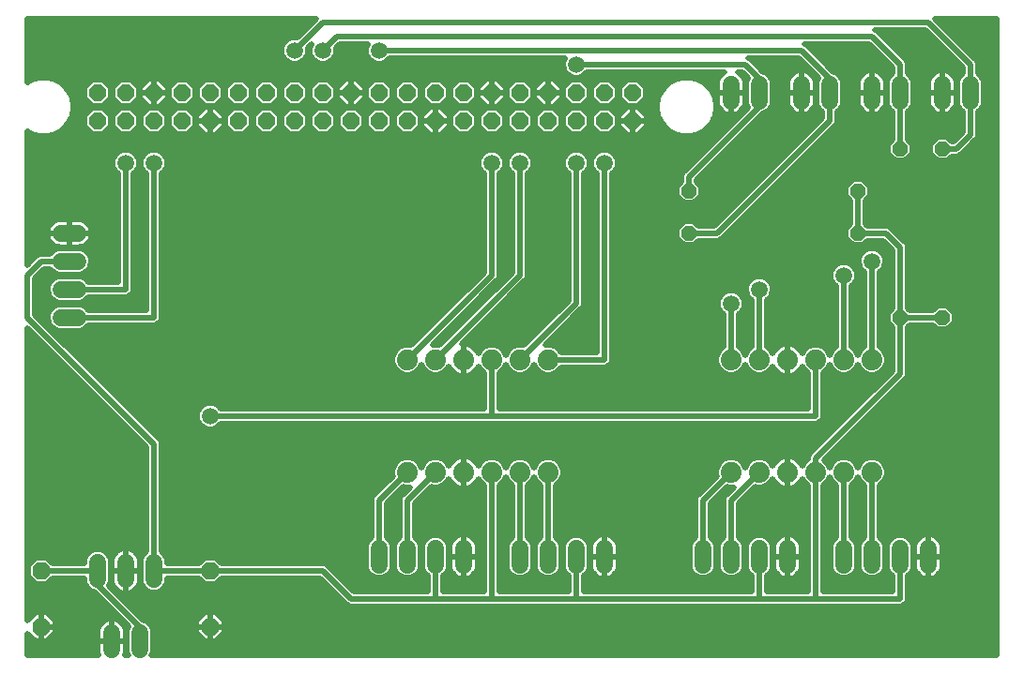
<source format=gbl>
G75*
%MOIN*%
%OFA0B0*%
%FSLAX25Y25*%
%IPPOS*%
%LPD*%
%AMOC8*
5,1,8,0,0,1.08239X$1,22.5*
%
%ADD10C,0.07400*%
%ADD11C,0.05937*%
%ADD12OC8,0.06300*%
%ADD13C,0.06000*%
%ADD14OC8,0.05200*%
%ADD15OC8,0.06000*%
%ADD16C,0.05906*%
%ADD17C,0.02000*%
D10*
X0144000Y0083000D03*
X0154000Y0083000D03*
X0164000Y0083000D03*
X0174000Y0083000D03*
X0184000Y0083000D03*
X0194000Y0083000D03*
X0194000Y0123000D03*
X0184000Y0123000D03*
X0174000Y0123000D03*
X0164000Y0123000D03*
X0154000Y0123000D03*
X0144000Y0123000D03*
X0259000Y0123000D03*
X0269000Y0123000D03*
X0279000Y0123000D03*
X0289000Y0123000D03*
X0299000Y0123000D03*
X0309000Y0123000D03*
X0309000Y0083000D03*
X0299000Y0083000D03*
X0289000Y0083000D03*
X0279000Y0083000D03*
X0269000Y0083000D03*
X0259000Y0083000D03*
D11*
X0259000Y0055969D02*
X0259000Y0050031D01*
X0249000Y0050031D02*
X0249000Y0055969D01*
X0269000Y0055969D02*
X0269000Y0050031D01*
X0279000Y0050031D02*
X0279000Y0055969D01*
X0299000Y0055969D02*
X0299000Y0050031D01*
X0309000Y0050031D02*
X0309000Y0055969D01*
X0319000Y0055969D02*
X0319000Y0050031D01*
X0329000Y0050031D02*
X0329000Y0055969D01*
X0214000Y0055969D02*
X0214000Y0050031D01*
X0204000Y0050031D02*
X0204000Y0055969D01*
X0194000Y0055969D02*
X0194000Y0050031D01*
X0184000Y0050031D02*
X0184000Y0055969D01*
X0164000Y0055969D02*
X0164000Y0050031D01*
X0154000Y0050031D02*
X0154000Y0055969D01*
X0144000Y0055969D02*
X0144000Y0050031D01*
X0134000Y0050031D02*
X0134000Y0055969D01*
X0049000Y0025969D02*
X0049000Y0020031D01*
X0039000Y0020031D02*
X0039000Y0025969D01*
X0026969Y0138000D02*
X0021031Y0138000D01*
X0021031Y0148000D02*
X0026969Y0148000D01*
X0026969Y0158000D02*
X0021031Y0158000D01*
X0021031Y0168000D02*
X0026969Y0168000D01*
X0259000Y0215031D02*
X0259000Y0220969D01*
X0269000Y0220969D02*
X0269000Y0215031D01*
X0284000Y0215031D02*
X0284000Y0220969D01*
X0294000Y0220969D02*
X0294000Y0215031D01*
X0309000Y0215031D02*
X0309000Y0220969D01*
X0319000Y0220969D02*
X0319000Y0215031D01*
X0334000Y0215031D02*
X0334000Y0220969D01*
X0344000Y0220969D02*
X0344000Y0215031D01*
D12*
X0074000Y0048000D03*
X0074000Y0028000D03*
X0014000Y0028000D03*
X0014000Y0048000D03*
D13*
X0034000Y0045000D02*
X0034000Y0051000D01*
X0044000Y0051000D02*
X0044000Y0045000D01*
X0054000Y0045000D02*
X0054000Y0051000D01*
D14*
X0244000Y0168000D03*
X0244000Y0183000D03*
X0304000Y0183000D03*
X0304000Y0168000D03*
X0319000Y0138000D03*
X0334000Y0138000D03*
X0334000Y0198000D03*
X0319000Y0198000D03*
D15*
X0224000Y0208000D03*
X0214000Y0208000D03*
X0204000Y0208000D03*
X0194000Y0208000D03*
X0184000Y0208000D03*
X0174000Y0208000D03*
X0164000Y0208000D03*
X0154000Y0208000D03*
X0144000Y0208000D03*
X0134000Y0208000D03*
X0124000Y0208000D03*
X0114000Y0208000D03*
X0104000Y0208000D03*
X0094000Y0208000D03*
X0084000Y0208000D03*
X0074000Y0208000D03*
X0064000Y0208000D03*
X0054000Y0208000D03*
X0044000Y0208000D03*
X0034000Y0208000D03*
X0034000Y0218000D03*
X0044000Y0218000D03*
X0054000Y0218000D03*
X0064000Y0218000D03*
X0074000Y0218000D03*
X0084000Y0218000D03*
X0094000Y0218000D03*
X0104000Y0218000D03*
X0114000Y0218000D03*
X0124000Y0218000D03*
X0134000Y0218000D03*
X0144000Y0218000D03*
X0154000Y0218000D03*
X0164000Y0218000D03*
X0174000Y0218000D03*
X0184000Y0218000D03*
X0194000Y0218000D03*
X0204000Y0218000D03*
X0214000Y0218000D03*
X0224000Y0218000D03*
D16*
X0204000Y0228000D03*
X0184000Y0228000D03*
X0134000Y0233000D03*
X0114000Y0233000D03*
X0104000Y0233000D03*
X0054000Y0233000D03*
X0054000Y0193000D03*
X0044000Y0193000D03*
X0074000Y0193000D03*
X0154000Y0193000D03*
X0174000Y0193000D03*
X0184000Y0193000D03*
X0204000Y0193000D03*
X0214000Y0193000D03*
X0224000Y0193000D03*
X0269000Y0148000D03*
X0259000Y0143000D03*
X0299000Y0153000D03*
X0309000Y0158000D03*
X0074000Y0103000D03*
D17*
X0009000Y0025717D02*
X0009000Y0018000D01*
X0034459Y0018000D01*
X0034396Y0018124D01*
X0034154Y0018868D01*
X0034031Y0019640D01*
X0034031Y0023000D01*
X0039000Y0023000D01*
X0039000Y0023000D01*
X0039000Y0030937D01*
X0039391Y0030937D01*
X0040163Y0030815D01*
X0040907Y0030573D01*
X0041604Y0030218D01*
X0042237Y0029758D01*
X0042790Y0029205D01*
X0043249Y0028573D01*
X0043604Y0027876D01*
X0043846Y0027132D01*
X0043968Y0026360D01*
X0043968Y0023000D01*
X0039000Y0023000D01*
X0039000Y0023000D01*
X0039000Y0023000D01*
X0034031Y0023000D01*
X0034031Y0026360D01*
X0034154Y0027132D01*
X0034396Y0027876D01*
X0034751Y0028573D01*
X0035210Y0029205D01*
X0035763Y0029758D01*
X0036396Y0030218D01*
X0037093Y0030573D01*
X0037837Y0030815D01*
X0038609Y0030937D01*
X0039000Y0030937D01*
X0039000Y0023000D01*
X0043968Y0023000D01*
X0043968Y0019640D01*
X0043846Y0018868D01*
X0043604Y0018124D01*
X0043541Y0018000D01*
X0044897Y0018000D01*
X0044431Y0019123D01*
X0044431Y0026877D01*
X0045021Y0028302D01*
X0032809Y0040515D01*
X0031394Y0041100D01*
X0030100Y0042394D01*
X0029400Y0044085D01*
X0029400Y0045400D01*
X0018118Y0045400D01*
X0015968Y0043250D01*
X0012032Y0043250D01*
X0009250Y0046032D01*
X0009250Y0049968D01*
X0012032Y0052750D01*
X0015968Y0052750D01*
X0018118Y0050600D01*
X0029400Y0050600D01*
X0029400Y0051915D01*
X0030100Y0053606D01*
X0031394Y0054900D01*
X0033085Y0055600D01*
X0034915Y0055600D01*
X0036606Y0054900D01*
X0037900Y0053606D01*
X0038600Y0051915D01*
X0038600Y0044085D01*
X0038012Y0042665D01*
X0050303Y0030374D01*
X0051588Y0029841D01*
X0052873Y0028556D01*
X0053568Y0026877D01*
X0053568Y0019123D01*
X0053103Y0018000D01*
X0353331Y0018000D01*
X0353331Y0244220D01*
X0331456Y0244220D01*
X0345473Y0230204D01*
X0345473Y0230204D01*
X0346204Y0229473D01*
X0346600Y0228517D01*
X0346600Y0224829D01*
X0347873Y0223556D01*
X0348568Y0221877D01*
X0348568Y0214123D01*
X0347873Y0212444D01*
X0346600Y0211171D01*
X0346600Y0202483D01*
X0346204Y0201527D01*
X0345473Y0200796D01*
X0341204Y0196527D01*
X0340473Y0195796D01*
X0339517Y0195400D01*
X0337340Y0195400D01*
X0335740Y0193800D01*
X0332260Y0193800D01*
X0329800Y0196260D01*
X0329800Y0199740D01*
X0332260Y0202200D01*
X0335740Y0202200D01*
X0337340Y0200600D01*
X0337923Y0200600D01*
X0341400Y0204077D01*
X0341400Y0211171D01*
X0340127Y0212444D01*
X0339431Y0214123D01*
X0339431Y0221877D01*
X0340127Y0223556D01*
X0341400Y0224829D01*
X0341400Y0226923D01*
X0327923Y0240400D01*
X0310000Y0240400D01*
X0310473Y0240204D01*
X0311204Y0239473D01*
X0321204Y0229473D01*
X0321600Y0228517D01*
X0321600Y0224829D01*
X0322873Y0223556D01*
X0323568Y0221877D01*
X0323568Y0214123D01*
X0322873Y0212444D01*
X0321600Y0211171D01*
X0321600Y0201340D01*
X0323200Y0199740D01*
X0323200Y0196260D01*
X0320740Y0193800D01*
X0317260Y0193800D01*
X0314800Y0196260D01*
X0314800Y0199740D01*
X0316400Y0201340D01*
X0316400Y0211171D01*
X0315127Y0212444D01*
X0314431Y0214123D01*
X0314431Y0221877D01*
X0315127Y0223556D01*
X0316400Y0224829D01*
X0316400Y0226923D01*
X0307923Y0235400D01*
X0285000Y0235400D01*
X0285473Y0235204D01*
X0286204Y0234473D01*
X0295303Y0225374D01*
X0296588Y0224841D01*
X0297873Y0223556D01*
X0298568Y0221877D01*
X0298568Y0214123D01*
X0297873Y0212444D01*
X0296600Y0211171D01*
X0296600Y0207483D01*
X0296204Y0206527D01*
X0256204Y0166527D01*
X0255473Y0165796D01*
X0254517Y0165400D01*
X0247340Y0165400D01*
X0245740Y0163800D01*
X0242260Y0163800D01*
X0239800Y0166260D01*
X0239800Y0169740D01*
X0242260Y0172200D01*
X0245740Y0172200D01*
X0247340Y0170600D01*
X0252923Y0170600D01*
X0291400Y0209077D01*
X0291400Y0211171D01*
X0290127Y0212444D01*
X0289431Y0214123D01*
X0289431Y0221877D01*
X0290021Y0223302D01*
X0282923Y0230400D01*
X0265000Y0230400D01*
X0265473Y0230204D01*
X0266204Y0229473D01*
X0270303Y0225374D01*
X0271588Y0224841D01*
X0272873Y0223556D01*
X0273568Y0221877D01*
X0273568Y0214123D01*
X0272873Y0212444D01*
X0271588Y0211159D01*
X0270303Y0210626D01*
X0246600Y0186923D01*
X0246600Y0186340D01*
X0248200Y0184740D01*
X0248200Y0181260D01*
X0245740Y0178800D01*
X0242260Y0178800D01*
X0239800Y0181260D01*
X0239800Y0184740D01*
X0241400Y0186340D01*
X0241400Y0188517D01*
X0241796Y0189473D01*
X0242527Y0190204D01*
X0265021Y0212698D01*
X0264431Y0214123D01*
X0264431Y0221877D01*
X0265021Y0223302D01*
X0262923Y0225400D01*
X0261247Y0225400D01*
X0261604Y0225218D01*
X0262237Y0224758D01*
X0262790Y0224205D01*
X0263249Y0223573D01*
X0263604Y0222876D01*
X0263846Y0222132D01*
X0263968Y0221360D01*
X0263968Y0218000D01*
X0259000Y0218000D01*
X0259000Y0218000D01*
X0263968Y0218000D01*
X0263968Y0214640D01*
X0263846Y0213868D01*
X0263604Y0213124D01*
X0263249Y0212427D01*
X0262790Y0211795D01*
X0262237Y0211242D01*
X0261604Y0210782D01*
X0260907Y0210427D01*
X0260163Y0210185D01*
X0259391Y0210063D01*
X0259000Y0210063D01*
X0259000Y0218000D01*
X0259000Y0218000D01*
X0259000Y0218000D01*
X0254031Y0218000D01*
X0254031Y0214640D01*
X0254154Y0213868D01*
X0254396Y0213124D01*
X0254751Y0212427D01*
X0255210Y0211795D01*
X0255763Y0211242D01*
X0256396Y0210782D01*
X0257093Y0210427D01*
X0257837Y0210185D01*
X0258609Y0210063D01*
X0259000Y0210063D01*
X0259000Y0218000D01*
X0254031Y0218000D01*
X0254031Y0221360D01*
X0254154Y0222132D01*
X0254396Y0222876D01*
X0254751Y0223573D01*
X0255210Y0224205D01*
X0255763Y0224758D01*
X0256396Y0225218D01*
X0256753Y0225400D01*
X0207839Y0225400D01*
X0206579Y0224140D01*
X0204906Y0223447D01*
X0203094Y0223447D01*
X0201421Y0224140D01*
X0200140Y0225421D01*
X0199447Y0227094D01*
X0199447Y0228906D01*
X0200066Y0230400D01*
X0137839Y0230400D01*
X0136579Y0229140D01*
X0134906Y0228447D01*
X0133094Y0228447D01*
X0131421Y0229140D01*
X0130140Y0230421D01*
X0129447Y0232094D01*
X0129447Y0233906D01*
X0130066Y0235400D01*
X0120077Y0235400D01*
X0118553Y0233876D01*
X0118553Y0232094D01*
X0117860Y0230421D01*
X0116579Y0229140D01*
X0114906Y0228447D01*
X0113094Y0228447D01*
X0111421Y0229140D01*
X0110140Y0230421D01*
X0109447Y0232094D01*
X0109447Y0233906D01*
X0110059Y0235382D01*
X0108553Y0233876D01*
X0108553Y0232094D01*
X0107860Y0230421D01*
X0106579Y0229140D01*
X0104906Y0228447D01*
X0103094Y0228447D01*
X0101421Y0229140D01*
X0100140Y0230421D01*
X0099447Y0232094D01*
X0099447Y0233906D01*
X0100140Y0235579D01*
X0101421Y0236860D01*
X0103094Y0237553D01*
X0104876Y0237553D01*
X0111544Y0244220D01*
X0009000Y0244220D01*
X0009000Y0221660D01*
X0010807Y0222704D01*
X0013456Y0223413D01*
X0016198Y0223413D01*
X0018846Y0222704D01*
X0021221Y0221333D01*
X0023160Y0219394D01*
X0024530Y0217019D01*
X0025240Y0214371D01*
X0025240Y0211629D01*
X0024530Y0208981D01*
X0023160Y0206606D01*
X0021221Y0204667D01*
X0018846Y0203296D01*
X0016198Y0202587D01*
X0013456Y0202587D01*
X0010807Y0203296D01*
X0009000Y0204340D01*
X0009000Y0156677D01*
X0011796Y0159473D01*
X0012527Y0160204D01*
X0013483Y0160600D01*
X0017171Y0160600D01*
X0018444Y0161873D01*
X0020123Y0162568D01*
X0027877Y0162568D01*
X0029556Y0161873D01*
X0030841Y0160588D01*
X0031537Y0158909D01*
X0031537Y0157091D01*
X0030841Y0155412D01*
X0029556Y0154127D01*
X0027877Y0153431D01*
X0020123Y0153431D01*
X0018444Y0154127D01*
X0017171Y0155400D01*
X0015077Y0155400D01*
X0011600Y0151923D01*
X0011600Y0139077D01*
X0056204Y0094473D01*
X0056600Y0093517D01*
X0056600Y0054902D01*
X0056606Y0054900D01*
X0057900Y0053606D01*
X0058600Y0051915D01*
X0058600Y0050600D01*
X0069882Y0050600D01*
X0072032Y0052750D01*
X0075968Y0052750D01*
X0078118Y0050600D01*
X0114517Y0050600D01*
X0115473Y0050204D01*
X0125077Y0040600D01*
X0151400Y0040600D01*
X0151400Y0046171D01*
X0150127Y0047444D01*
X0149431Y0049123D01*
X0149431Y0056877D01*
X0150127Y0058556D01*
X0151412Y0059841D01*
X0153091Y0060537D01*
X0154909Y0060537D01*
X0156588Y0059841D01*
X0157873Y0058556D01*
X0158568Y0056877D01*
X0158568Y0049123D01*
X0157873Y0047444D01*
X0156600Y0046171D01*
X0156600Y0040600D01*
X0171400Y0040600D01*
X0171400Y0078340D01*
X0170998Y0078507D01*
X0169507Y0079998D01*
X0169220Y0080690D01*
X0168875Y0080013D01*
X0168348Y0079287D01*
X0167713Y0078652D01*
X0166987Y0078125D01*
X0166188Y0077718D01*
X0165335Y0077440D01*
X0164449Y0077300D01*
X0164000Y0077300D01*
X0164000Y0083000D01*
X0164000Y0083000D01*
X0164000Y0088700D01*
X0164449Y0088700D01*
X0165335Y0088560D01*
X0166188Y0088282D01*
X0166987Y0087875D01*
X0167713Y0087348D01*
X0168348Y0086713D01*
X0168875Y0085987D01*
X0169220Y0085310D01*
X0169507Y0086002D01*
X0170998Y0087493D01*
X0172946Y0088300D01*
X0175054Y0088300D01*
X0177002Y0087493D01*
X0178493Y0086002D01*
X0179000Y0084778D01*
X0179507Y0086002D01*
X0180998Y0087493D01*
X0182946Y0088300D01*
X0185054Y0088300D01*
X0187002Y0087493D01*
X0188493Y0086002D01*
X0189000Y0084778D01*
X0189507Y0086002D01*
X0190998Y0087493D01*
X0192946Y0088300D01*
X0195054Y0088300D01*
X0197002Y0087493D01*
X0198493Y0086002D01*
X0199300Y0084054D01*
X0199300Y0081946D01*
X0198493Y0079998D01*
X0197002Y0078507D01*
X0196600Y0078340D01*
X0196600Y0059829D01*
X0197873Y0058556D01*
X0198568Y0056877D01*
X0198568Y0049123D01*
X0197873Y0047444D01*
X0196588Y0046159D01*
X0194909Y0045463D01*
X0193091Y0045463D01*
X0191412Y0046159D01*
X0190127Y0047444D01*
X0189431Y0049123D01*
X0189431Y0056877D01*
X0190127Y0058556D01*
X0191400Y0059829D01*
X0191400Y0078340D01*
X0190998Y0078507D01*
X0189507Y0079998D01*
X0189000Y0081222D01*
X0188493Y0079998D01*
X0187002Y0078507D01*
X0186600Y0078340D01*
X0186600Y0059829D01*
X0187873Y0058556D01*
X0188568Y0056877D01*
X0188568Y0049123D01*
X0187873Y0047444D01*
X0186588Y0046159D01*
X0184909Y0045463D01*
X0183091Y0045463D01*
X0181412Y0046159D01*
X0180127Y0047444D01*
X0179431Y0049123D01*
X0179431Y0056877D01*
X0180127Y0058556D01*
X0181400Y0059829D01*
X0181400Y0078340D01*
X0180998Y0078507D01*
X0179507Y0079998D01*
X0179000Y0081222D01*
X0178493Y0079998D01*
X0177002Y0078507D01*
X0176600Y0078340D01*
X0176600Y0040600D01*
X0201400Y0040600D01*
X0201400Y0046171D01*
X0200127Y0047444D01*
X0199431Y0049123D01*
X0199431Y0056877D01*
X0200127Y0058556D01*
X0201412Y0059841D01*
X0203091Y0060537D01*
X0204909Y0060537D01*
X0206588Y0059841D01*
X0207873Y0058556D01*
X0208568Y0056877D01*
X0208568Y0049123D01*
X0207873Y0047444D01*
X0206600Y0046171D01*
X0206600Y0040600D01*
X0266400Y0040600D01*
X0266400Y0046171D01*
X0265127Y0047444D01*
X0264431Y0049123D01*
X0264431Y0056877D01*
X0265127Y0058556D01*
X0266412Y0059841D01*
X0268091Y0060537D01*
X0269909Y0060537D01*
X0271588Y0059841D01*
X0272873Y0058556D01*
X0273568Y0056877D01*
X0273568Y0049123D01*
X0272873Y0047444D01*
X0271600Y0046171D01*
X0271600Y0040600D01*
X0286400Y0040600D01*
X0286400Y0078340D01*
X0285998Y0078507D01*
X0284507Y0079998D01*
X0284220Y0080690D01*
X0283875Y0080013D01*
X0283348Y0079287D01*
X0282713Y0078652D01*
X0281987Y0078125D01*
X0281188Y0077718D01*
X0280335Y0077440D01*
X0279449Y0077300D01*
X0279000Y0077300D01*
X0279000Y0083000D01*
X0279000Y0083000D01*
X0279000Y0088700D01*
X0279449Y0088700D01*
X0280335Y0088560D01*
X0281188Y0088282D01*
X0281987Y0087875D01*
X0282713Y0087348D01*
X0283348Y0086713D01*
X0283875Y0085987D01*
X0284220Y0085310D01*
X0284507Y0086002D01*
X0285998Y0087493D01*
X0286400Y0087660D01*
X0286400Y0088517D01*
X0286796Y0089473D01*
X0316400Y0119077D01*
X0316400Y0134660D01*
X0314800Y0136260D01*
X0314800Y0139740D01*
X0316400Y0141340D01*
X0316400Y0161923D01*
X0312923Y0165400D01*
X0307340Y0165400D01*
X0305740Y0163800D01*
X0302260Y0163800D01*
X0299800Y0166260D01*
X0299800Y0169740D01*
X0301400Y0171340D01*
X0301400Y0179660D01*
X0299800Y0181260D01*
X0299800Y0184740D01*
X0302260Y0187200D01*
X0305740Y0187200D01*
X0308200Y0184740D01*
X0308200Y0181260D01*
X0306600Y0179660D01*
X0306600Y0171340D01*
X0307340Y0170600D01*
X0314517Y0170600D01*
X0315473Y0170204D01*
X0320473Y0165204D01*
X0321204Y0164473D01*
X0321600Y0163517D01*
X0321600Y0141340D01*
X0322340Y0140600D01*
X0330660Y0140600D01*
X0332260Y0142200D01*
X0335740Y0142200D01*
X0338200Y0139740D01*
X0338200Y0136260D01*
X0335740Y0133800D01*
X0332260Y0133800D01*
X0330660Y0135400D01*
X0322340Y0135400D01*
X0321600Y0134660D01*
X0321600Y0117483D01*
X0321204Y0116527D01*
X0292086Y0087409D01*
X0293493Y0086002D01*
X0294000Y0084778D01*
X0294507Y0086002D01*
X0295998Y0087493D01*
X0297946Y0088300D01*
X0300054Y0088300D01*
X0302002Y0087493D01*
X0303493Y0086002D01*
X0304000Y0084778D01*
X0304507Y0086002D01*
X0305998Y0087493D01*
X0307946Y0088300D01*
X0310054Y0088300D01*
X0312002Y0087493D01*
X0313493Y0086002D01*
X0314300Y0084054D01*
X0314300Y0081946D01*
X0313493Y0079998D01*
X0312002Y0078507D01*
X0311600Y0078340D01*
X0311600Y0059829D01*
X0312873Y0058556D01*
X0313568Y0056877D01*
X0313568Y0049123D01*
X0312873Y0047444D01*
X0311588Y0046159D01*
X0309909Y0045463D01*
X0308091Y0045463D01*
X0306412Y0046159D01*
X0305127Y0047444D01*
X0304431Y0049123D01*
X0304431Y0056877D01*
X0305127Y0058556D01*
X0306400Y0059829D01*
X0306400Y0078340D01*
X0305998Y0078507D01*
X0304507Y0079998D01*
X0304000Y0081222D01*
X0303493Y0079998D01*
X0302002Y0078507D01*
X0301600Y0078340D01*
X0301600Y0059829D01*
X0302873Y0058556D01*
X0303568Y0056877D01*
X0303568Y0049123D01*
X0302873Y0047444D01*
X0301588Y0046159D01*
X0299909Y0045463D01*
X0298091Y0045463D01*
X0296412Y0046159D01*
X0295127Y0047444D01*
X0294431Y0049123D01*
X0294431Y0056877D01*
X0295127Y0058556D01*
X0296400Y0059829D01*
X0296400Y0078340D01*
X0295998Y0078507D01*
X0294507Y0079998D01*
X0294000Y0081222D01*
X0293493Y0079998D01*
X0292002Y0078507D01*
X0291600Y0078340D01*
X0291600Y0040600D01*
X0316400Y0040600D01*
X0316400Y0046171D01*
X0315127Y0047444D01*
X0314431Y0049123D01*
X0314431Y0056877D01*
X0315127Y0058556D01*
X0316412Y0059841D01*
X0318091Y0060537D01*
X0319909Y0060537D01*
X0321588Y0059841D01*
X0322873Y0058556D01*
X0323568Y0056877D01*
X0323568Y0049123D01*
X0322873Y0047444D01*
X0321600Y0046171D01*
X0321600Y0037483D01*
X0321204Y0036527D01*
X0320473Y0035796D01*
X0319517Y0035400D01*
X0123483Y0035400D01*
X0122527Y0035796D01*
X0121796Y0036527D01*
X0112923Y0045400D01*
X0078118Y0045400D01*
X0075968Y0043250D01*
X0072032Y0043250D01*
X0069882Y0045400D01*
X0058600Y0045400D01*
X0058600Y0044085D01*
X0057900Y0042394D01*
X0056606Y0041100D01*
X0054915Y0040400D01*
X0053085Y0040400D01*
X0051394Y0041100D01*
X0050100Y0042394D01*
X0049400Y0044085D01*
X0049400Y0051915D01*
X0050100Y0053606D01*
X0051394Y0054900D01*
X0051400Y0054902D01*
X0051400Y0091923D01*
X0009000Y0134323D01*
X0009000Y0030283D01*
X0011867Y0033150D01*
X0014000Y0033150D01*
X0014000Y0028000D01*
X0014000Y0028000D01*
X0019150Y0028000D01*
X0019150Y0030133D01*
X0016133Y0033150D01*
X0014000Y0033150D01*
X0014000Y0028000D01*
X0014000Y0028000D01*
X0019150Y0028000D01*
X0019150Y0025867D01*
X0016133Y0022850D01*
X0014000Y0022850D01*
X0014000Y0028000D01*
X0014000Y0028000D01*
X0014000Y0022850D01*
X0011867Y0022850D01*
X0009000Y0025717D01*
X0009000Y0024991D02*
X0009726Y0024991D01*
X0009000Y0022993D02*
X0011724Y0022993D01*
X0014000Y0022993D02*
X0014000Y0022993D01*
X0014000Y0024991D02*
X0014000Y0024991D01*
X0014000Y0026990D02*
X0014000Y0026990D01*
X0014000Y0028988D02*
X0014000Y0028988D01*
X0014000Y0030987D02*
X0014000Y0030987D01*
X0014000Y0032985D02*
X0014000Y0032985D01*
X0011702Y0032985D02*
X0009000Y0032985D01*
X0009000Y0030987D02*
X0009703Y0030987D01*
X0009000Y0034984D02*
X0038339Y0034984D01*
X0036341Y0036982D02*
X0009000Y0036982D01*
X0009000Y0038981D02*
X0034342Y0038981D01*
X0031687Y0040979D02*
X0009000Y0040979D01*
X0009000Y0042978D02*
X0029859Y0042978D01*
X0029400Y0044976D02*
X0017694Y0044976D01*
X0014000Y0048000D02*
X0034000Y0048000D01*
X0034000Y0043000D01*
X0049000Y0028000D01*
X0049000Y0023000D01*
X0053568Y0022993D02*
X0071724Y0022993D01*
X0071867Y0022850D02*
X0068850Y0025867D01*
X0068850Y0028000D01*
X0074000Y0028000D01*
X0074000Y0028000D01*
X0074000Y0033150D01*
X0076133Y0033150D01*
X0079150Y0030133D01*
X0079150Y0028000D01*
X0074000Y0028000D01*
X0074000Y0028000D01*
X0074000Y0028000D01*
X0074000Y0033150D01*
X0071867Y0033150D01*
X0068850Y0030133D01*
X0068850Y0028000D01*
X0074000Y0028000D01*
X0079150Y0028000D01*
X0079150Y0025867D01*
X0076133Y0022850D01*
X0074000Y0022850D01*
X0074000Y0028000D01*
X0074000Y0028000D01*
X0074000Y0022850D01*
X0071867Y0022850D01*
X0074000Y0022993D02*
X0074000Y0022993D01*
X0074000Y0024991D02*
X0074000Y0024991D01*
X0074000Y0026990D02*
X0074000Y0026990D01*
X0074000Y0028988D02*
X0074000Y0028988D01*
X0074000Y0030987D02*
X0074000Y0030987D01*
X0074000Y0032985D02*
X0074000Y0032985D01*
X0076298Y0032985D02*
X0353331Y0032985D01*
X0353331Y0030987D02*
X0078297Y0030987D01*
X0079150Y0028988D02*
X0353331Y0028988D01*
X0353331Y0026990D02*
X0079150Y0026990D01*
X0078274Y0024991D02*
X0353331Y0024991D01*
X0353331Y0022993D02*
X0076276Y0022993D01*
X0069726Y0024991D02*
X0053568Y0024991D01*
X0053522Y0026990D02*
X0068850Y0026990D01*
X0068850Y0028988D02*
X0052441Y0028988D01*
X0049690Y0030987D02*
X0069703Y0030987D01*
X0071702Y0032985D02*
X0047692Y0032985D01*
X0045693Y0034984D02*
X0353331Y0034984D01*
X0353331Y0036982D02*
X0321393Y0036982D01*
X0321600Y0038981D02*
X0353331Y0038981D01*
X0353331Y0040979D02*
X0321600Y0040979D01*
X0321600Y0042978D02*
X0353331Y0042978D01*
X0353331Y0044976D02*
X0321600Y0044976D01*
X0322404Y0046975D02*
X0325079Y0046975D01*
X0325210Y0046795D02*
X0325763Y0046242D01*
X0326396Y0045782D01*
X0327093Y0045427D01*
X0327837Y0045185D01*
X0328609Y0045063D01*
X0329000Y0045063D01*
X0329391Y0045063D01*
X0330163Y0045185D01*
X0330907Y0045427D01*
X0331604Y0045782D01*
X0332237Y0046242D01*
X0332790Y0046795D01*
X0333249Y0047427D01*
X0333604Y0048124D01*
X0333846Y0048868D01*
X0333968Y0049640D01*
X0333968Y0053000D01*
X0333968Y0056360D01*
X0333846Y0057132D01*
X0333604Y0057876D01*
X0333249Y0058573D01*
X0332790Y0059205D01*
X0332237Y0059758D01*
X0331604Y0060218D01*
X0330907Y0060573D01*
X0330163Y0060815D01*
X0329391Y0060937D01*
X0329000Y0060937D01*
X0329000Y0053000D01*
X0329000Y0053000D01*
X0333968Y0053000D01*
X0329000Y0053000D01*
X0329000Y0053000D01*
X0329000Y0053000D01*
X0324031Y0053000D01*
X0324031Y0049640D01*
X0324154Y0048868D01*
X0324396Y0048124D01*
X0324751Y0047427D01*
X0325210Y0046795D01*
X0324137Y0048973D02*
X0323507Y0048973D01*
X0323568Y0050972D02*
X0324031Y0050972D01*
X0324031Y0052970D02*
X0323568Y0052970D01*
X0324031Y0053000D02*
X0329000Y0053000D01*
X0329000Y0060937D01*
X0328609Y0060937D01*
X0327837Y0060815D01*
X0327093Y0060573D01*
X0326396Y0060218D01*
X0325763Y0059758D01*
X0325210Y0059205D01*
X0324751Y0058573D01*
X0324396Y0057876D01*
X0324154Y0057132D01*
X0324031Y0056360D01*
X0324031Y0053000D01*
X0324031Y0054969D02*
X0323568Y0054969D01*
X0323531Y0056967D02*
X0324128Y0056967D01*
X0325036Y0058966D02*
X0322464Y0058966D01*
X0329000Y0058966D02*
X0329000Y0058966D01*
X0329000Y0056967D02*
X0329000Y0056967D01*
X0329000Y0054969D02*
X0329000Y0054969D01*
X0329000Y0053000D02*
X0329000Y0045063D01*
X0329000Y0053000D01*
X0329000Y0053000D01*
X0329000Y0052970D02*
X0329000Y0052970D01*
X0329000Y0050972D02*
X0329000Y0050972D01*
X0329000Y0048973D02*
X0329000Y0048973D01*
X0329000Y0046975D02*
X0329000Y0046975D01*
X0332920Y0046975D02*
X0353331Y0046975D01*
X0353331Y0048973D02*
X0333863Y0048973D01*
X0333968Y0050972D02*
X0353331Y0050972D01*
X0353331Y0052970D02*
X0333968Y0052970D01*
X0333968Y0054969D02*
X0353331Y0054969D01*
X0353331Y0056967D02*
X0333872Y0056967D01*
X0332964Y0058966D02*
X0353331Y0058966D01*
X0353331Y0060964D02*
X0311600Y0060964D01*
X0311600Y0062963D02*
X0353331Y0062963D01*
X0353331Y0064961D02*
X0311600Y0064961D01*
X0311600Y0066960D02*
X0353331Y0066960D01*
X0353331Y0068958D02*
X0311600Y0068958D01*
X0311600Y0070957D02*
X0353331Y0070957D01*
X0353331Y0072955D02*
X0311600Y0072955D01*
X0311600Y0074954D02*
X0353331Y0074954D01*
X0353331Y0076952D02*
X0311600Y0076952D01*
X0312446Y0078951D02*
X0353331Y0078951D01*
X0353331Y0080949D02*
X0313887Y0080949D01*
X0314300Y0082948D02*
X0353331Y0082948D01*
X0353331Y0084946D02*
X0313930Y0084946D01*
X0312550Y0086945D02*
X0353331Y0086945D01*
X0353331Y0088943D02*
X0293620Y0088943D01*
X0292550Y0086945D02*
X0295450Y0086945D01*
X0294070Y0084946D02*
X0293930Y0084946D01*
X0293887Y0080949D02*
X0294113Y0080949D01*
X0295554Y0078951D02*
X0292446Y0078951D01*
X0291600Y0076952D02*
X0296400Y0076952D01*
X0296400Y0074954D02*
X0291600Y0074954D01*
X0291600Y0072955D02*
X0296400Y0072955D01*
X0296400Y0070957D02*
X0291600Y0070957D01*
X0291600Y0068958D02*
X0296400Y0068958D01*
X0296400Y0066960D02*
X0291600Y0066960D01*
X0291600Y0064961D02*
X0296400Y0064961D01*
X0296400Y0062963D02*
X0291600Y0062963D01*
X0291600Y0060964D02*
X0296400Y0060964D01*
X0295536Y0058966D02*
X0291600Y0058966D01*
X0291600Y0056967D02*
X0294469Y0056967D01*
X0294431Y0054969D02*
X0291600Y0054969D01*
X0291600Y0052970D02*
X0294431Y0052970D01*
X0294431Y0050972D02*
X0291600Y0050972D01*
X0291600Y0048973D02*
X0294493Y0048973D01*
X0295596Y0046975D02*
X0291600Y0046975D01*
X0291600Y0044976D02*
X0316400Y0044976D01*
X0316400Y0042978D02*
X0291600Y0042978D01*
X0291600Y0040979D02*
X0316400Y0040979D01*
X0319000Y0038000D02*
X0319000Y0053000D01*
X0314431Y0052970D02*
X0313568Y0052970D01*
X0313568Y0050972D02*
X0314431Y0050972D01*
X0314493Y0048973D02*
X0313507Y0048973D01*
X0312404Y0046975D02*
X0315596Y0046975D01*
X0314431Y0054969D02*
X0313568Y0054969D01*
X0313531Y0056967D02*
X0314469Y0056967D01*
X0315536Y0058966D02*
X0312464Y0058966D01*
X0306400Y0060964D02*
X0301600Y0060964D01*
X0301600Y0062963D02*
X0306400Y0062963D01*
X0306400Y0064961D02*
X0301600Y0064961D01*
X0301600Y0066960D02*
X0306400Y0066960D01*
X0306400Y0068958D02*
X0301600Y0068958D01*
X0301600Y0070957D02*
X0306400Y0070957D01*
X0306400Y0072955D02*
X0301600Y0072955D01*
X0301600Y0074954D02*
X0306400Y0074954D01*
X0306400Y0076952D02*
X0301600Y0076952D01*
X0302446Y0078951D02*
X0305554Y0078951D01*
X0304113Y0080949D02*
X0303887Y0080949D01*
X0303930Y0084946D02*
X0304070Y0084946D01*
X0305450Y0086945D02*
X0302550Y0086945D01*
X0299000Y0083000D02*
X0299000Y0053000D01*
X0303568Y0052970D02*
X0304431Y0052970D01*
X0304431Y0050972D02*
X0303568Y0050972D01*
X0303507Y0048973D02*
X0304493Y0048973D01*
X0305596Y0046975D02*
X0302404Y0046975D01*
X0303568Y0054969D02*
X0304431Y0054969D01*
X0304469Y0056967D02*
X0303531Y0056967D01*
X0302464Y0058966D02*
X0305536Y0058966D01*
X0309000Y0053000D02*
X0309000Y0083000D01*
X0297617Y0092940D02*
X0353331Y0092940D01*
X0353331Y0090942D02*
X0295619Y0090942D01*
X0292262Y0094939D02*
X0055738Y0094939D01*
X0056600Y0092940D02*
X0290264Y0092940D01*
X0288265Y0090942D02*
X0056600Y0090942D01*
X0056600Y0088943D02*
X0286577Y0088943D01*
X0285450Y0086945D02*
X0283116Y0086945D01*
X0279000Y0086945D02*
X0279000Y0086945D01*
X0279000Y0088700D02*
X0279000Y0083000D01*
X0279000Y0083000D01*
X0279000Y0077300D01*
X0278551Y0077300D01*
X0277665Y0077440D01*
X0276812Y0077718D01*
X0276013Y0078125D01*
X0275287Y0078652D01*
X0274652Y0079287D01*
X0274125Y0080013D01*
X0273780Y0080690D01*
X0273493Y0079998D01*
X0272002Y0078507D01*
X0270054Y0077700D01*
X0267946Y0077700D01*
X0267544Y0077867D01*
X0261600Y0071923D01*
X0261600Y0059829D01*
X0262873Y0058556D01*
X0263568Y0056877D01*
X0263568Y0049123D01*
X0262873Y0047444D01*
X0261588Y0046159D01*
X0259909Y0045463D01*
X0258091Y0045463D01*
X0256412Y0046159D01*
X0255127Y0047444D01*
X0254431Y0049123D01*
X0254431Y0056877D01*
X0255127Y0058556D01*
X0256400Y0059829D01*
X0256400Y0073517D01*
X0256796Y0074473D01*
X0257527Y0075204D01*
X0260023Y0077700D01*
X0257946Y0077700D01*
X0257544Y0077867D01*
X0251600Y0071923D01*
X0251600Y0059829D01*
X0252873Y0058556D01*
X0253568Y0056877D01*
X0253568Y0049123D01*
X0252873Y0047444D01*
X0251588Y0046159D01*
X0249909Y0045463D01*
X0248091Y0045463D01*
X0246412Y0046159D01*
X0245127Y0047444D01*
X0244431Y0049123D01*
X0244431Y0056877D01*
X0245127Y0058556D01*
X0246400Y0059829D01*
X0246400Y0073517D01*
X0246796Y0074473D01*
X0247527Y0075204D01*
X0253867Y0081544D01*
X0253700Y0081946D01*
X0253700Y0084054D01*
X0254507Y0086002D01*
X0255998Y0087493D01*
X0257946Y0088300D01*
X0260054Y0088300D01*
X0262002Y0087493D01*
X0263493Y0086002D01*
X0264000Y0084778D01*
X0264507Y0086002D01*
X0265998Y0087493D01*
X0267946Y0088300D01*
X0270054Y0088300D01*
X0272002Y0087493D01*
X0273493Y0086002D01*
X0273780Y0085310D01*
X0274125Y0085987D01*
X0274652Y0086713D01*
X0275287Y0087348D01*
X0276013Y0087875D01*
X0276812Y0088282D01*
X0277665Y0088560D01*
X0278551Y0088700D01*
X0279000Y0088700D01*
X0274884Y0086945D02*
X0272550Y0086945D01*
X0269000Y0083000D02*
X0259000Y0073000D01*
X0259000Y0053000D01*
X0254431Y0052970D02*
X0253568Y0052970D01*
X0253568Y0050972D02*
X0254431Y0050972D01*
X0254493Y0048973D02*
X0253507Y0048973D01*
X0252404Y0046975D02*
X0255596Y0046975D01*
X0262404Y0046975D02*
X0265596Y0046975D01*
X0266400Y0044976D02*
X0206600Y0044976D01*
X0206600Y0042978D02*
X0266400Y0042978D01*
X0266400Y0040979D02*
X0206600Y0040979D01*
X0204000Y0038000D02*
X0269000Y0038000D01*
X0289000Y0038000D01*
X0289000Y0083000D01*
X0289000Y0088000D01*
X0319000Y0118000D01*
X0319000Y0138000D01*
X0319000Y0163000D01*
X0314000Y0168000D01*
X0304000Y0168000D01*
X0304000Y0183000D01*
X0308200Y0182873D02*
X0353331Y0182873D01*
X0353331Y0180875D02*
X0307815Y0180875D01*
X0306600Y0178876D02*
X0353331Y0178876D01*
X0353331Y0176878D02*
X0306600Y0176878D01*
X0306600Y0174879D02*
X0353331Y0174879D01*
X0353331Y0172881D02*
X0306600Y0172881D01*
X0307057Y0170882D02*
X0353331Y0170882D01*
X0353331Y0168884D02*
X0316793Y0168884D01*
X0318792Y0166885D02*
X0353331Y0166885D01*
X0353331Y0164887D02*
X0320790Y0164887D01*
X0321600Y0162888D02*
X0353331Y0162888D01*
X0353331Y0160890D02*
X0321600Y0160890D01*
X0321600Y0158891D02*
X0353331Y0158891D01*
X0353331Y0156893D02*
X0321600Y0156893D01*
X0321600Y0154894D02*
X0353331Y0154894D01*
X0353331Y0152896D02*
X0321600Y0152896D01*
X0321600Y0150897D02*
X0353331Y0150897D01*
X0353331Y0148899D02*
X0321600Y0148899D01*
X0321600Y0146900D02*
X0353331Y0146900D01*
X0353331Y0144902D02*
X0321600Y0144902D01*
X0321600Y0142903D02*
X0353331Y0142903D01*
X0353331Y0140905D02*
X0337035Y0140905D01*
X0338200Y0138906D02*
X0353331Y0138906D01*
X0353331Y0136908D02*
X0338200Y0136908D01*
X0336849Y0134909D02*
X0353331Y0134909D01*
X0353331Y0132911D02*
X0321600Y0132911D01*
X0321600Y0130912D02*
X0353331Y0130912D01*
X0353331Y0128914D02*
X0321600Y0128914D01*
X0321600Y0126915D02*
X0353331Y0126915D01*
X0353331Y0124917D02*
X0321600Y0124917D01*
X0321600Y0122918D02*
X0353331Y0122918D01*
X0353331Y0120920D02*
X0321600Y0120920D01*
X0321600Y0118921D02*
X0353331Y0118921D01*
X0353331Y0116923D02*
X0321368Y0116923D01*
X0319601Y0114924D02*
X0353331Y0114924D01*
X0353331Y0112926D02*
X0317603Y0112926D01*
X0315604Y0110927D02*
X0353331Y0110927D01*
X0353331Y0108929D02*
X0313605Y0108929D01*
X0311607Y0106930D02*
X0353331Y0106930D01*
X0353331Y0104932D02*
X0309608Y0104932D01*
X0307610Y0102933D02*
X0353331Y0102933D01*
X0353331Y0100934D02*
X0305611Y0100934D01*
X0303613Y0098936D02*
X0353331Y0098936D01*
X0353331Y0096937D02*
X0301614Y0096937D01*
X0299616Y0094939D02*
X0353331Y0094939D01*
X0316244Y0118921D02*
X0312416Y0118921D01*
X0312002Y0118507D02*
X0313493Y0119998D01*
X0314300Y0121946D01*
X0314300Y0124054D01*
X0313493Y0126002D01*
X0312002Y0127493D01*
X0311600Y0127660D01*
X0311600Y0154161D01*
X0312860Y0155421D01*
X0313553Y0157094D01*
X0313553Y0158906D01*
X0312860Y0160579D01*
X0311579Y0161860D01*
X0309906Y0162553D01*
X0308094Y0162553D01*
X0306421Y0161860D01*
X0305140Y0160579D01*
X0304447Y0158906D01*
X0304447Y0157094D01*
X0305140Y0155421D01*
X0306400Y0154161D01*
X0306400Y0127660D01*
X0305998Y0127493D01*
X0304507Y0126002D01*
X0304000Y0124778D01*
X0303493Y0126002D01*
X0302002Y0127493D01*
X0301600Y0127660D01*
X0301600Y0149161D01*
X0302860Y0150421D01*
X0303553Y0152094D01*
X0303553Y0153906D01*
X0302860Y0155579D01*
X0301579Y0156860D01*
X0299906Y0157553D01*
X0298094Y0157553D01*
X0296421Y0156860D01*
X0295140Y0155579D01*
X0294447Y0153906D01*
X0294447Y0152094D01*
X0295140Y0150421D01*
X0296400Y0149161D01*
X0296400Y0127660D01*
X0295998Y0127493D01*
X0294507Y0126002D01*
X0294000Y0124778D01*
X0293493Y0126002D01*
X0292002Y0127493D01*
X0290054Y0128300D01*
X0287946Y0128300D01*
X0285998Y0127493D01*
X0284507Y0126002D01*
X0284220Y0125310D01*
X0283875Y0125987D01*
X0283348Y0126713D01*
X0282713Y0127348D01*
X0281987Y0127875D01*
X0281188Y0128282D01*
X0280335Y0128560D01*
X0279449Y0128700D01*
X0279000Y0128700D01*
X0279000Y0123000D01*
X0279000Y0123000D01*
X0279000Y0117300D01*
X0279449Y0117300D01*
X0280335Y0117440D01*
X0281188Y0117718D01*
X0281987Y0118125D01*
X0282713Y0118652D01*
X0283348Y0119287D01*
X0283875Y0120013D01*
X0284220Y0120690D01*
X0284507Y0119998D01*
X0285998Y0118507D01*
X0286400Y0118340D01*
X0286400Y0105600D01*
X0176600Y0105600D01*
X0176600Y0118340D01*
X0177002Y0118507D01*
X0178493Y0119998D01*
X0179000Y0121222D01*
X0179507Y0119998D01*
X0180998Y0118507D01*
X0182946Y0117700D01*
X0185054Y0117700D01*
X0187002Y0118507D01*
X0188493Y0119998D01*
X0189000Y0121222D01*
X0189507Y0119998D01*
X0190998Y0118507D01*
X0192946Y0117700D01*
X0195054Y0117700D01*
X0197002Y0118507D01*
X0198493Y0119998D01*
X0198660Y0120400D01*
X0214517Y0120400D01*
X0215473Y0120796D01*
X0216204Y0121527D01*
X0216600Y0122483D01*
X0216600Y0189161D01*
X0217860Y0190421D01*
X0218553Y0192094D01*
X0218553Y0193906D01*
X0217860Y0195579D01*
X0216579Y0196860D01*
X0214906Y0197553D01*
X0213094Y0197553D01*
X0211421Y0196860D01*
X0210140Y0195579D01*
X0209447Y0193906D01*
X0209447Y0192094D01*
X0210140Y0190421D01*
X0211400Y0189161D01*
X0211400Y0125600D01*
X0198660Y0125600D01*
X0198493Y0126002D01*
X0197002Y0127493D01*
X0195054Y0128300D01*
X0192977Y0128300D01*
X0205473Y0140796D01*
X0206204Y0141527D01*
X0206600Y0142483D01*
X0206600Y0189161D01*
X0207860Y0190421D01*
X0208553Y0192094D01*
X0208553Y0193906D01*
X0207860Y0195579D01*
X0206579Y0196860D01*
X0204906Y0197553D01*
X0203094Y0197553D01*
X0201421Y0196860D01*
X0200140Y0195579D01*
X0199447Y0193906D01*
X0199447Y0192094D01*
X0200140Y0190421D01*
X0201400Y0189161D01*
X0201400Y0144077D01*
X0185456Y0128133D01*
X0185054Y0128300D01*
X0182946Y0128300D01*
X0180998Y0127493D01*
X0179507Y0126002D01*
X0179000Y0124778D01*
X0178493Y0126002D01*
X0177002Y0127493D01*
X0175054Y0128300D01*
X0172946Y0128300D01*
X0170998Y0127493D01*
X0169507Y0126002D01*
X0169220Y0125310D01*
X0168875Y0125987D01*
X0168348Y0126713D01*
X0167713Y0127348D01*
X0166987Y0127875D01*
X0166188Y0128282D01*
X0165335Y0128560D01*
X0164449Y0128700D01*
X0164000Y0128700D01*
X0164000Y0123000D01*
X0164000Y0123000D01*
X0164000Y0117300D01*
X0164449Y0117300D01*
X0165335Y0117440D01*
X0166188Y0117718D01*
X0166987Y0118125D01*
X0167713Y0118652D01*
X0168348Y0119287D01*
X0168875Y0120013D01*
X0169220Y0120690D01*
X0169507Y0119998D01*
X0170998Y0118507D01*
X0171400Y0118340D01*
X0171400Y0105600D01*
X0077839Y0105600D01*
X0076579Y0106860D01*
X0074906Y0107553D01*
X0073094Y0107553D01*
X0071421Y0106860D01*
X0070140Y0105579D01*
X0069447Y0103906D01*
X0069447Y0102094D01*
X0070140Y0100421D01*
X0071421Y0099140D01*
X0073094Y0098447D01*
X0074906Y0098447D01*
X0076579Y0099140D01*
X0077839Y0100400D01*
X0289517Y0100400D01*
X0290473Y0100796D01*
X0291204Y0101527D01*
X0291600Y0102483D01*
X0291600Y0118340D01*
X0292002Y0118507D01*
X0293493Y0119998D01*
X0294000Y0121222D01*
X0294507Y0119998D01*
X0295998Y0118507D01*
X0297946Y0117700D01*
X0300054Y0117700D01*
X0302002Y0118507D01*
X0303493Y0119998D01*
X0304000Y0121222D01*
X0304507Y0119998D01*
X0305998Y0118507D01*
X0307946Y0117700D01*
X0310054Y0117700D01*
X0312002Y0118507D01*
X0314246Y0116923D02*
X0291600Y0116923D01*
X0291600Y0114924D02*
X0312247Y0114924D01*
X0310249Y0112926D02*
X0291600Y0112926D01*
X0291600Y0110927D02*
X0308250Y0110927D01*
X0306252Y0108929D02*
X0291600Y0108929D01*
X0291600Y0106930D02*
X0304253Y0106930D01*
X0302255Y0104932D02*
X0291600Y0104932D01*
X0291600Y0102933D02*
X0300256Y0102933D01*
X0298258Y0100934D02*
X0290611Y0100934D01*
X0289000Y0103000D02*
X0174000Y0103000D01*
X0074000Y0103000D01*
X0069447Y0102933D02*
X0047744Y0102933D01*
X0049742Y0100934D02*
X0069928Y0100934D01*
X0071914Y0098936D02*
X0051741Y0098936D01*
X0053739Y0096937D02*
X0294261Y0096937D01*
X0296259Y0098936D02*
X0076086Y0098936D01*
X0069872Y0104932D02*
X0045745Y0104932D01*
X0043747Y0106930D02*
X0071591Y0106930D01*
X0076409Y0106930D02*
X0171400Y0106930D01*
X0171400Y0108929D02*
X0041748Y0108929D01*
X0039750Y0110927D02*
X0171400Y0110927D01*
X0171400Y0112926D02*
X0037751Y0112926D01*
X0035753Y0114924D02*
X0171400Y0114924D01*
X0171400Y0116923D02*
X0033754Y0116923D01*
X0031756Y0118921D02*
X0140584Y0118921D01*
X0140998Y0118507D02*
X0139507Y0119998D01*
X0138700Y0121946D01*
X0138700Y0124054D01*
X0139507Y0126002D01*
X0140998Y0127493D01*
X0142946Y0128300D01*
X0145054Y0128300D01*
X0145456Y0128133D01*
X0171400Y0154077D01*
X0171400Y0189161D01*
X0170140Y0190421D01*
X0169447Y0192094D01*
X0169447Y0193906D01*
X0170140Y0195579D01*
X0171421Y0196860D01*
X0173094Y0197553D01*
X0174906Y0197553D01*
X0176579Y0196860D01*
X0177860Y0195579D01*
X0178553Y0193906D01*
X0178553Y0192094D01*
X0177860Y0190421D01*
X0176600Y0189161D01*
X0176600Y0152483D01*
X0176204Y0151527D01*
X0175473Y0150796D01*
X0152977Y0128300D01*
X0155054Y0128300D01*
X0155456Y0128133D01*
X0181400Y0154077D01*
X0181400Y0189161D01*
X0180140Y0190421D01*
X0179447Y0192094D01*
X0179447Y0193906D01*
X0180140Y0195579D01*
X0181421Y0196860D01*
X0183094Y0197553D01*
X0184906Y0197553D01*
X0186579Y0196860D01*
X0187860Y0195579D01*
X0188553Y0193906D01*
X0188553Y0192094D01*
X0187860Y0190421D01*
X0186600Y0189161D01*
X0186600Y0152483D01*
X0186204Y0151527D01*
X0185473Y0150796D01*
X0163344Y0128667D01*
X0163551Y0128700D01*
X0164000Y0128700D01*
X0164000Y0123000D01*
X0164000Y0123000D01*
X0164000Y0117300D01*
X0163551Y0117300D01*
X0162665Y0117440D01*
X0161812Y0117718D01*
X0161013Y0118125D01*
X0160287Y0118652D01*
X0159652Y0119287D01*
X0159125Y0120013D01*
X0158780Y0120690D01*
X0158493Y0119998D01*
X0157002Y0118507D01*
X0155054Y0117700D01*
X0152946Y0117700D01*
X0150998Y0118507D01*
X0149507Y0119998D01*
X0149000Y0121222D01*
X0148493Y0119998D01*
X0147002Y0118507D01*
X0145054Y0117700D01*
X0142946Y0117700D01*
X0140998Y0118507D01*
X0139125Y0120920D02*
X0029757Y0120920D01*
X0027759Y0122918D02*
X0138700Y0122918D01*
X0139057Y0124917D02*
X0025760Y0124917D01*
X0023762Y0126915D02*
X0140420Y0126915D01*
X0144000Y0123000D02*
X0174000Y0153000D01*
X0174000Y0193000D01*
X0169844Y0194865D02*
X0058156Y0194865D01*
X0057860Y0195579D02*
X0058553Y0193906D01*
X0058553Y0192094D01*
X0057860Y0190421D01*
X0056600Y0189161D01*
X0056600Y0137483D01*
X0056204Y0136527D01*
X0055473Y0135796D01*
X0054517Y0135400D01*
X0030829Y0135400D01*
X0029556Y0134127D01*
X0027877Y0133431D01*
X0020123Y0133431D01*
X0018444Y0134127D01*
X0017159Y0135412D01*
X0016463Y0137091D01*
X0016463Y0138909D01*
X0017159Y0140588D01*
X0018444Y0141873D01*
X0020123Y0142568D01*
X0027877Y0142568D01*
X0029556Y0141873D01*
X0030829Y0140600D01*
X0051400Y0140600D01*
X0051400Y0189161D01*
X0050140Y0190421D01*
X0049447Y0192094D01*
X0049447Y0193906D01*
X0050140Y0195579D01*
X0051421Y0196860D01*
X0053094Y0197553D01*
X0054906Y0197553D01*
X0056579Y0196860D01*
X0057860Y0195579D01*
X0056571Y0196863D02*
X0171429Y0196863D01*
X0169447Y0192866D02*
X0058553Y0192866D01*
X0058045Y0190868D02*
X0169955Y0190868D01*
X0171400Y0188869D02*
X0056600Y0188869D01*
X0056600Y0186870D02*
X0171400Y0186870D01*
X0171400Y0184872D02*
X0056600Y0184872D01*
X0056600Y0182873D02*
X0171400Y0182873D01*
X0171400Y0180875D02*
X0056600Y0180875D01*
X0056600Y0178876D02*
X0171400Y0178876D01*
X0171400Y0176878D02*
X0056600Y0176878D01*
X0056600Y0174879D02*
X0171400Y0174879D01*
X0171400Y0172881D02*
X0056600Y0172881D01*
X0056600Y0170882D02*
X0171400Y0170882D01*
X0171400Y0168884D02*
X0056600Y0168884D01*
X0056600Y0166885D02*
X0171400Y0166885D01*
X0171400Y0164887D02*
X0056600Y0164887D01*
X0056600Y0162888D02*
X0171400Y0162888D01*
X0171400Y0160890D02*
X0056600Y0160890D01*
X0056600Y0158891D02*
X0171400Y0158891D01*
X0171400Y0156893D02*
X0056600Y0156893D01*
X0056600Y0154894D02*
X0171400Y0154894D01*
X0170219Y0152896D02*
X0056600Y0152896D01*
X0056600Y0150897D02*
X0168220Y0150897D01*
X0166222Y0148899D02*
X0056600Y0148899D01*
X0056600Y0146900D02*
X0164223Y0146900D01*
X0162225Y0144902D02*
X0056600Y0144902D01*
X0056600Y0142903D02*
X0160226Y0142903D01*
X0158228Y0140905D02*
X0056600Y0140905D01*
X0056600Y0138906D02*
X0156229Y0138906D01*
X0154231Y0136908D02*
X0056362Y0136908D01*
X0054000Y0138000D02*
X0024000Y0138000D01*
X0020123Y0143431D02*
X0027877Y0143431D01*
X0029556Y0144127D01*
X0030829Y0145400D01*
X0044517Y0145400D01*
X0045473Y0145796D01*
X0046204Y0146527D01*
X0046600Y0147483D01*
X0046600Y0189161D01*
X0047860Y0190421D01*
X0048553Y0192094D01*
X0048553Y0193906D01*
X0047860Y0195579D01*
X0046579Y0196860D01*
X0044906Y0197553D01*
X0043094Y0197553D01*
X0041421Y0196860D01*
X0040140Y0195579D01*
X0039447Y0193906D01*
X0039447Y0192094D01*
X0040140Y0190421D01*
X0041400Y0189161D01*
X0041400Y0150600D01*
X0030829Y0150600D01*
X0029556Y0151873D01*
X0027877Y0152568D01*
X0020123Y0152568D01*
X0018444Y0151873D01*
X0017159Y0150588D01*
X0016463Y0148909D01*
X0016463Y0147091D01*
X0017159Y0145412D01*
X0018444Y0144127D01*
X0020123Y0143431D01*
X0017669Y0144902D02*
X0011600Y0144902D01*
X0011600Y0146900D02*
X0016542Y0146900D01*
X0016463Y0148899D02*
X0011600Y0148899D01*
X0011600Y0150897D02*
X0017468Y0150897D01*
X0017676Y0154894D02*
X0014571Y0154894D01*
X0012573Y0152896D02*
X0041400Y0152896D01*
X0041400Y0154894D02*
X0030324Y0154894D01*
X0031455Y0156893D02*
X0041400Y0156893D01*
X0041400Y0158891D02*
X0031537Y0158891D01*
X0030539Y0160890D02*
X0041400Y0160890D01*
X0041400Y0162888D02*
X0009000Y0162888D01*
X0009000Y0160890D02*
X0017461Y0160890D01*
X0019124Y0163396D02*
X0019868Y0163154D01*
X0020640Y0163031D01*
X0024000Y0163031D01*
X0027360Y0163031D01*
X0028132Y0163154D01*
X0028876Y0163396D01*
X0029573Y0163751D01*
X0030205Y0164210D01*
X0030758Y0164763D01*
X0031218Y0165396D01*
X0031573Y0166093D01*
X0031815Y0166837D01*
X0031937Y0167609D01*
X0031937Y0168000D01*
X0031937Y0168391D01*
X0031815Y0169163D01*
X0031573Y0169907D01*
X0031218Y0170604D01*
X0030758Y0171237D01*
X0030205Y0171790D01*
X0029573Y0172249D01*
X0028876Y0172604D01*
X0028132Y0172846D01*
X0027360Y0172968D01*
X0024000Y0172968D01*
X0020640Y0172968D01*
X0019868Y0172846D01*
X0019124Y0172604D01*
X0018427Y0172249D01*
X0017795Y0171790D01*
X0017242Y0171237D01*
X0016782Y0170604D01*
X0016427Y0169907D01*
X0016185Y0169163D01*
X0016063Y0168391D01*
X0016063Y0168000D01*
X0024000Y0168000D01*
X0024000Y0168000D01*
X0024000Y0172968D01*
X0024000Y0168000D01*
X0031937Y0168000D01*
X0024000Y0168000D01*
X0024000Y0168000D01*
X0024000Y0163031D01*
X0024000Y0168000D01*
X0024000Y0168000D01*
X0024000Y0168000D01*
X0016063Y0168000D01*
X0016063Y0167609D01*
X0016185Y0166837D01*
X0016427Y0166093D01*
X0016782Y0165396D01*
X0017242Y0164763D01*
X0017795Y0164210D01*
X0018427Y0163751D01*
X0019124Y0163396D01*
X0017152Y0164887D02*
X0009000Y0164887D01*
X0009000Y0166885D02*
X0016178Y0166885D01*
X0016141Y0168884D02*
X0009000Y0168884D01*
X0009000Y0170882D02*
X0016984Y0170882D01*
X0020087Y0172881D02*
X0009000Y0172881D01*
X0009000Y0174879D02*
X0041400Y0174879D01*
X0041400Y0172881D02*
X0027913Y0172881D01*
X0031016Y0170882D02*
X0041400Y0170882D01*
X0041400Y0168884D02*
X0031859Y0168884D01*
X0031822Y0166885D02*
X0041400Y0166885D01*
X0041400Y0164887D02*
X0030848Y0164887D01*
X0024000Y0164887D02*
X0024000Y0164887D01*
X0024000Y0166885D02*
X0024000Y0166885D01*
X0024000Y0168884D02*
X0024000Y0168884D01*
X0024000Y0170882D02*
X0024000Y0170882D01*
X0024000Y0172881D02*
X0024000Y0172881D01*
X0009000Y0176878D02*
X0041400Y0176878D01*
X0041400Y0178876D02*
X0009000Y0178876D01*
X0009000Y0180875D02*
X0041400Y0180875D01*
X0041400Y0182873D02*
X0009000Y0182873D01*
X0009000Y0184872D02*
X0041400Y0184872D01*
X0041400Y0186870D02*
X0009000Y0186870D01*
X0009000Y0188869D02*
X0041400Y0188869D01*
X0039955Y0190868D02*
X0009000Y0190868D01*
X0009000Y0192866D02*
X0039447Y0192866D01*
X0039844Y0194865D02*
X0009000Y0194865D01*
X0009000Y0196863D02*
X0041429Y0196863D01*
X0044000Y0193000D02*
X0044000Y0148000D01*
X0024000Y0148000D01*
X0030331Y0144902D02*
X0051400Y0144902D01*
X0051400Y0146900D02*
X0046359Y0146900D01*
X0046600Y0148899D02*
X0051400Y0148899D01*
X0051400Y0150897D02*
X0046600Y0150897D01*
X0046600Y0152896D02*
X0051400Y0152896D01*
X0051400Y0154894D02*
X0046600Y0154894D01*
X0046600Y0156893D02*
X0051400Y0156893D01*
X0051400Y0158891D02*
X0046600Y0158891D01*
X0046600Y0160890D02*
X0051400Y0160890D01*
X0051400Y0162888D02*
X0046600Y0162888D01*
X0046600Y0164887D02*
X0051400Y0164887D01*
X0051400Y0166885D02*
X0046600Y0166885D01*
X0046600Y0168884D02*
X0051400Y0168884D01*
X0051400Y0170882D02*
X0046600Y0170882D01*
X0046600Y0172881D02*
X0051400Y0172881D01*
X0051400Y0174879D02*
X0046600Y0174879D01*
X0046600Y0176878D02*
X0051400Y0176878D01*
X0051400Y0178876D02*
X0046600Y0178876D01*
X0046600Y0180875D02*
X0051400Y0180875D01*
X0051400Y0182873D02*
X0046600Y0182873D01*
X0046600Y0184872D02*
X0051400Y0184872D01*
X0051400Y0186870D02*
X0046600Y0186870D01*
X0046600Y0188869D02*
X0051400Y0188869D01*
X0049955Y0190868D02*
X0048045Y0190868D01*
X0048553Y0192866D02*
X0049447Y0192866D01*
X0049844Y0194865D02*
X0048156Y0194865D01*
X0046571Y0196863D02*
X0051429Y0196863D01*
X0054000Y0193000D02*
X0054000Y0138000D01*
X0051400Y0140905D02*
X0030525Y0140905D01*
X0030339Y0134909D02*
X0152232Y0134909D01*
X0150234Y0132911D02*
X0017766Y0132911D01*
X0017661Y0134909D02*
X0015768Y0134909D01*
X0016539Y0136908D02*
X0013769Y0136908D01*
X0011771Y0138906D02*
X0016463Y0138906D01*
X0017475Y0140905D02*
X0011600Y0140905D01*
X0011600Y0142903D02*
X0051400Y0142903D01*
X0041400Y0150897D02*
X0030532Y0150897D01*
X0024000Y0158000D02*
X0014000Y0158000D01*
X0009000Y0153000D01*
X0009000Y0138000D01*
X0054000Y0093000D01*
X0054000Y0048000D01*
X0074000Y0048000D01*
X0114000Y0048000D01*
X0124000Y0038000D01*
X0154000Y0038000D01*
X0174000Y0038000D01*
X0174000Y0083000D01*
X0178887Y0080949D02*
X0179113Y0080949D01*
X0180554Y0078951D02*
X0177446Y0078951D01*
X0176600Y0076952D02*
X0181400Y0076952D01*
X0181400Y0074954D02*
X0176600Y0074954D01*
X0176600Y0072955D02*
X0181400Y0072955D01*
X0181400Y0070957D02*
X0176600Y0070957D01*
X0176600Y0068958D02*
X0181400Y0068958D01*
X0181400Y0066960D02*
X0176600Y0066960D01*
X0176600Y0064961D02*
X0181400Y0064961D01*
X0181400Y0062963D02*
X0176600Y0062963D01*
X0176600Y0060964D02*
X0181400Y0060964D01*
X0180536Y0058966D02*
X0176600Y0058966D01*
X0176600Y0056967D02*
X0179469Y0056967D01*
X0179431Y0054969D02*
X0176600Y0054969D01*
X0176600Y0052970D02*
X0179431Y0052970D01*
X0179431Y0050972D02*
X0176600Y0050972D01*
X0176600Y0048973D02*
X0179493Y0048973D01*
X0180596Y0046975D02*
X0176600Y0046975D01*
X0176600Y0044976D02*
X0201400Y0044976D01*
X0201400Y0042978D02*
X0176600Y0042978D01*
X0176600Y0040979D02*
X0201400Y0040979D01*
X0204000Y0038000D02*
X0204000Y0053000D01*
X0208568Y0052970D02*
X0209031Y0052970D01*
X0209031Y0053000D02*
X0209031Y0049640D01*
X0209154Y0048868D01*
X0209396Y0048124D01*
X0209751Y0047427D01*
X0210210Y0046795D01*
X0210763Y0046242D01*
X0211396Y0045782D01*
X0212093Y0045427D01*
X0212837Y0045185D01*
X0213609Y0045063D01*
X0214000Y0045063D01*
X0214391Y0045063D01*
X0215163Y0045185D01*
X0215907Y0045427D01*
X0216604Y0045782D01*
X0217237Y0046242D01*
X0217790Y0046795D01*
X0218249Y0047427D01*
X0218604Y0048124D01*
X0218846Y0048868D01*
X0218968Y0049640D01*
X0218968Y0053000D01*
X0218968Y0056360D01*
X0218846Y0057132D01*
X0218604Y0057876D01*
X0218249Y0058573D01*
X0217790Y0059205D01*
X0217237Y0059758D01*
X0216604Y0060218D01*
X0215907Y0060573D01*
X0215163Y0060815D01*
X0214391Y0060937D01*
X0214000Y0060937D01*
X0214000Y0053000D01*
X0214000Y0053000D01*
X0218968Y0053000D01*
X0214000Y0053000D01*
X0214000Y0053000D01*
X0214000Y0053000D01*
X0209031Y0053000D01*
X0214000Y0053000D01*
X0214000Y0060937D01*
X0213609Y0060937D01*
X0212837Y0060815D01*
X0212093Y0060573D01*
X0211396Y0060218D01*
X0210763Y0059758D01*
X0210210Y0059205D01*
X0209751Y0058573D01*
X0209396Y0057876D01*
X0209154Y0057132D01*
X0209031Y0056360D01*
X0209031Y0053000D01*
X0209031Y0054969D02*
X0208568Y0054969D01*
X0208531Y0056967D02*
X0209128Y0056967D01*
X0210036Y0058966D02*
X0207464Y0058966D01*
X0214000Y0058966D02*
X0214000Y0058966D01*
X0214000Y0056967D02*
X0214000Y0056967D01*
X0214000Y0054969D02*
X0214000Y0054969D01*
X0214000Y0053000D02*
X0214000Y0045063D01*
X0214000Y0053000D01*
X0214000Y0053000D01*
X0214000Y0052970D02*
X0214000Y0052970D01*
X0214000Y0050972D02*
X0214000Y0050972D01*
X0214000Y0048973D02*
X0214000Y0048973D01*
X0214000Y0046975D02*
X0214000Y0046975D01*
X0217920Y0046975D02*
X0245596Y0046975D01*
X0244493Y0048973D02*
X0218863Y0048973D01*
X0218968Y0050972D02*
X0244431Y0050972D01*
X0244431Y0052970D02*
X0218968Y0052970D01*
X0218968Y0054969D02*
X0244431Y0054969D01*
X0244469Y0056967D02*
X0218872Y0056967D01*
X0217964Y0058966D02*
X0245536Y0058966D01*
X0246400Y0060964D02*
X0196600Y0060964D01*
X0196600Y0062963D02*
X0246400Y0062963D01*
X0246400Y0064961D02*
X0196600Y0064961D01*
X0196600Y0066960D02*
X0246400Y0066960D01*
X0246400Y0068958D02*
X0196600Y0068958D01*
X0196600Y0070957D02*
X0246400Y0070957D01*
X0246400Y0072955D02*
X0196600Y0072955D01*
X0196600Y0074954D02*
X0247277Y0074954D01*
X0249000Y0073000D02*
X0249000Y0053000D01*
X0253568Y0054969D02*
X0254431Y0054969D01*
X0254469Y0056967D02*
X0253531Y0056967D01*
X0252464Y0058966D02*
X0255536Y0058966D01*
X0256400Y0060964D02*
X0251600Y0060964D01*
X0251600Y0062963D02*
X0256400Y0062963D01*
X0256400Y0064961D02*
X0251600Y0064961D01*
X0251600Y0066960D02*
X0256400Y0066960D01*
X0256400Y0068958D02*
X0251600Y0068958D01*
X0251600Y0070957D02*
X0256400Y0070957D01*
X0256400Y0072955D02*
X0252632Y0072955D01*
X0254631Y0074954D02*
X0257277Y0074954D01*
X0256629Y0076952D02*
X0259275Y0076952D01*
X0262632Y0072955D02*
X0286400Y0072955D01*
X0286400Y0070957D02*
X0261600Y0070957D01*
X0261600Y0068958D02*
X0286400Y0068958D01*
X0286400Y0066960D02*
X0261600Y0066960D01*
X0261600Y0064961D02*
X0286400Y0064961D01*
X0286400Y0062963D02*
X0261600Y0062963D01*
X0261600Y0060964D02*
X0286400Y0060964D01*
X0286400Y0058966D02*
X0282964Y0058966D01*
X0282790Y0059205D02*
X0282237Y0059758D01*
X0281604Y0060218D01*
X0280907Y0060573D01*
X0280163Y0060815D01*
X0279391Y0060937D01*
X0279000Y0060937D01*
X0279000Y0053000D01*
X0279000Y0053000D01*
X0283968Y0053000D01*
X0283968Y0056360D01*
X0283846Y0057132D01*
X0283604Y0057876D01*
X0283249Y0058573D01*
X0282790Y0059205D01*
X0283872Y0056967D02*
X0286400Y0056967D01*
X0286400Y0054969D02*
X0283968Y0054969D01*
X0283968Y0053000D02*
X0279000Y0053000D01*
X0279000Y0053000D01*
X0279000Y0053000D01*
X0274031Y0053000D01*
X0274031Y0049640D01*
X0274154Y0048868D01*
X0274396Y0048124D01*
X0274751Y0047427D01*
X0275210Y0046795D01*
X0275763Y0046242D01*
X0276396Y0045782D01*
X0277093Y0045427D01*
X0277837Y0045185D01*
X0278609Y0045063D01*
X0279000Y0045063D01*
X0279391Y0045063D01*
X0280163Y0045185D01*
X0280907Y0045427D01*
X0281604Y0045782D01*
X0282237Y0046242D01*
X0282790Y0046795D01*
X0283249Y0047427D01*
X0283604Y0048124D01*
X0283846Y0048868D01*
X0283968Y0049640D01*
X0283968Y0053000D01*
X0283968Y0052970D02*
X0286400Y0052970D01*
X0286400Y0050972D02*
X0283968Y0050972D01*
X0283863Y0048973D02*
X0286400Y0048973D01*
X0286400Y0046975D02*
X0282920Y0046975D01*
X0279000Y0046975D02*
X0279000Y0046975D01*
X0279000Y0045063D02*
X0279000Y0053000D01*
X0279000Y0060937D01*
X0278609Y0060937D01*
X0277837Y0060815D01*
X0277093Y0060573D01*
X0276396Y0060218D01*
X0275763Y0059758D01*
X0275210Y0059205D01*
X0274751Y0058573D01*
X0274396Y0057876D01*
X0274154Y0057132D01*
X0274031Y0056360D01*
X0274031Y0053000D01*
X0279000Y0053000D01*
X0279000Y0053000D01*
X0279000Y0045063D01*
X0279000Y0048973D02*
X0279000Y0048973D01*
X0279000Y0050972D02*
X0279000Y0050972D01*
X0279000Y0052970D02*
X0279000Y0052970D01*
X0279000Y0054969D02*
X0279000Y0054969D01*
X0279000Y0056967D02*
X0279000Y0056967D01*
X0279000Y0058966D02*
X0279000Y0058966D01*
X0275036Y0058966D02*
X0272464Y0058966D01*
X0273531Y0056967D02*
X0274128Y0056967D01*
X0274031Y0054969D02*
X0273568Y0054969D01*
X0273568Y0052970D02*
X0274031Y0052970D01*
X0274031Y0050972D02*
X0273568Y0050972D01*
X0273507Y0048973D02*
X0274137Y0048973D01*
X0275079Y0046975D02*
X0272404Y0046975D01*
X0271600Y0044976D02*
X0286400Y0044976D01*
X0286400Y0042978D02*
X0271600Y0042978D01*
X0271600Y0040979D02*
X0286400Y0040979D01*
X0289000Y0038000D02*
X0319000Y0038000D01*
X0353331Y0020994D02*
X0053568Y0020994D01*
X0053516Y0018996D02*
X0353331Y0018996D01*
X0286400Y0074954D02*
X0264631Y0074954D01*
X0266629Y0076952D02*
X0286400Y0076952D01*
X0285554Y0078951D02*
X0283012Y0078951D01*
X0279000Y0078951D02*
X0279000Y0078951D01*
X0279000Y0080949D02*
X0279000Y0080949D01*
X0279000Y0082948D02*
X0279000Y0082948D01*
X0279000Y0084946D02*
X0279000Y0084946D01*
X0274988Y0078951D02*
X0272446Y0078951D01*
X0264070Y0084946D02*
X0263930Y0084946D01*
X0262550Y0086945D02*
X0265450Y0086945D01*
X0259000Y0083000D02*
X0249000Y0073000D01*
X0249275Y0076952D02*
X0196600Y0076952D01*
X0197446Y0078951D02*
X0251274Y0078951D01*
X0253272Y0080949D02*
X0198887Y0080949D01*
X0199300Y0082948D02*
X0253700Y0082948D01*
X0254070Y0084946D02*
X0198930Y0084946D01*
X0197550Y0086945D02*
X0255450Y0086945D01*
X0286400Y0106930D02*
X0176600Y0106930D01*
X0176600Y0108929D02*
X0286400Y0108929D01*
X0286400Y0110927D02*
X0176600Y0110927D01*
X0176600Y0112926D02*
X0286400Y0112926D01*
X0286400Y0114924D02*
X0176600Y0114924D01*
X0176600Y0116923D02*
X0286400Y0116923D01*
X0285584Y0118921D02*
X0282982Y0118921D01*
X0279000Y0118921D02*
X0279000Y0118921D01*
X0279000Y0117300D02*
X0279000Y0123000D01*
X0279000Y0123000D01*
X0279000Y0128700D01*
X0278551Y0128700D01*
X0277665Y0128560D01*
X0276812Y0128282D01*
X0276013Y0127875D01*
X0275287Y0127348D01*
X0274652Y0126713D01*
X0274125Y0125987D01*
X0273780Y0125310D01*
X0273493Y0126002D01*
X0272002Y0127493D01*
X0271600Y0127660D01*
X0271600Y0144161D01*
X0272860Y0145421D01*
X0273553Y0147094D01*
X0273553Y0148906D01*
X0272860Y0150579D01*
X0271579Y0151860D01*
X0269906Y0152553D01*
X0268094Y0152553D01*
X0266421Y0151860D01*
X0265140Y0150579D01*
X0264447Y0148906D01*
X0264447Y0147094D01*
X0265140Y0145421D01*
X0266400Y0144161D01*
X0266400Y0127660D01*
X0265998Y0127493D01*
X0264507Y0126002D01*
X0264000Y0124778D01*
X0263493Y0126002D01*
X0262002Y0127493D01*
X0261600Y0127660D01*
X0261600Y0139161D01*
X0262860Y0140421D01*
X0263553Y0142094D01*
X0263553Y0143906D01*
X0262860Y0145579D01*
X0261579Y0146860D01*
X0259906Y0147553D01*
X0258094Y0147553D01*
X0256421Y0146860D01*
X0255140Y0145579D01*
X0254447Y0143906D01*
X0254447Y0142094D01*
X0255140Y0140421D01*
X0256400Y0139161D01*
X0256400Y0127660D01*
X0255998Y0127493D01*
X0254507Y0126002D01*
X0253700Y0124054D01*
X0253700Y0121946D01*
X0254507Y0119998D01*
X0255998Y0118507D01*
X0257946Y0117700D01*
X0260054Y0117700D01*
X0262002Y0118507D01*
X0263493Y0119998D01*
X0264000Y0121222D01*
X0264507Y0119998D01*
X0265998Y0118507D01*
X0267946Y0117700D01*
X0270054Y0117700D01*
X0272002Y0118507D01*
X0273493Y0119998D01*
X0273780Y0120690D01*
X0274125Y0120013D01*
X0274652Y0119287D01*
X0275287Y0118652D01*
X0276013Y0118125D01*
X0276812Y0117718D01*
X0277665Y0117440D01*
X0278551Y0117300D01*
X0279000Y0117300D01*
X0275018Y0118921D02*
X0272416Y0118921D01*
X0269000Y0123000D02*
X0269000Y0148000D01*
X0272541Y0150897D02*
X0294943Y0150897D01*
X0294447Y0152896D02*
X0216600Y0152896D01*
X0216600Y0154894D02*
X0294857Y0154894D01*
X0296501Y0156893D02*
X0216600Y0156893D01*
X0216600Y0158891D02*
X0304447Y0158891D01*
X0304531Y0156893D02*
X0301499Y0156893D01*
X0303143Y0154894D02*
X0305667Y0154894D01*
X0306400Y0152896D02*
X0303553Y0152896D01*
X0303057Y0150897D02*
X0306400Y0150897D01*
X0306400Y0148899D02*
X0301600Y0148899D01*
X0301600Y0146900D02*
X0306400Y0146900D01*
X0306400Y0144902D02*
X0301600Y0144902D01*
X0301600Y0142903D02*
X0306400Y0142903D01*
X0306400Y0140905D02*
X0301600Y0140905D01*
X0301600Y0138906D02*
X0306400Y0138906D01*
X0306400Y0136908D02*
X0301600Y0136908D01*
X0301600Y0134909D02*
X0306400Y0134909D01*
X0306400Y0132911D02*
X0301600Y0132911D01*
X0301600Y0130912D02*
X0306400Y0130912D01*
X0306400Y0128914D02*
X0301600Y0128914D01*
X0302580Y0126915D02*
X0305420Y0126915D01*
X0304057Y0124917D02*
X0303943Y0124917D01*
X0303875Y0120920D02*
X0304125Y0120920D01*
X0305584Y0118921D02*
X0302416Y0118921D01*
X0299000Y0123000D02*
X0299000Y0153000D01*
X0296400Y0148899D02*
X0273553Y0148899D01*
X0273472Y0146900D02*
X0296400Y0146900D01*
X0296400Y0144902D02*
X0272340Y0144902D01*
X0271600Y0142903D02*
X0296400Y0142903D01*
X0296400Y0140905D02*
X0271600Y0140905D01*
X0271600Y0138906D02*
X0296400Y0138906D01*
X0296400Y0136908D02*
X0271600Y0136908D01*
X0271600Y0134909D02*
X0296400Y0134909D01*
X0296400Y0132911D02*
X0271600Y0132911D01*
X0271600Y0130912D02*
X0296400Y0130912D01*
X0296400Y0128914D02*
X0271600Y0128914D01*
X0272580Y0126915D02*
X0274854Y0126915D01*
X0279000Y0126915D02*
X0279000Y0126915D01*
X0279000Y0124917D02*
X0279000Y0124917D01*
X0279000Y0122918D02*
X0279000Y0122918D01*
X0279000Y0120920D02*
X0279000Y0120920D01*
X0283146Y0126915D02*
X0285420Y0126915D01*
X0289000Y0123000D02*
X0289000Y0103000D01*
X0292416Y0118921D02*
X0295584Y0118921D01*
X0294125Y0120920D02*
X0293875Y0120920D01*
X0293943Y0124917D02*
X0294057Y0124917D01*
X0295420Y0126915D02*
X0292580Y0126915D01*
X0309000Y0123000D02*
X0309000Y0158000D01*
X0312549Y0160890D02*
X0316400Y0160890D01*
X0316400Y0158891D02*
X0313553Y0158891D01*
X0313469Y0156893D02*
X0316400Y0156893D01*
X0316400Y0154894D02*
X0312333Y0154894D01*
X0311600Y0152896D02*
X0316400Y0152896D01*
X0316400Y0150897D02*
X0311600Y0150897D01*
X0311600Y0148899D02*
X0316400Y0148899D01*
X0316400Y0146900D02*
X0311600Y0146900D01*
X0311600Y0144902D02*
X0316400Y0144902D01*
X0316400Y0142903D02*
X0311600Y0142903D01*
X0311600Y0140905D02*
X0315965Y0140905D01*
X0314800Y0138906D02*
X0311600Y0138906D01*
X0311600Y0136908D02*
X0314800Y0136908D01*
X0316151Y0134909D02*
X0311600Y0134909D01*
X0311600Y0132911D02*
X0316400Y0132911D01*
X0316400Y0130912D02*
X0311600Y0130912D01*
X0311600Y0128914D02*
X0316400Y0128914D01*
X0316400Y0126915D02*
X0312580Y0126915D01*
X0313943Y0124917D02*
X0316400Y0124917D01*
X0316400Y0122918D02*
X0314300Y0122918D01*
X0313875Y0120920D02*
X0316400Y0120920D01*
X0321849Y0134909D02*
X0331151Y0134909D01*
X0334000Y0138000D02*
X0319000Y0138000D01*
X0322035Y0140905D02*
X0330965Y0140905D01*
X0305451Y0160890D02*
X0216600Y0160890D01*
X0216600Y0162888D02*
X0315435Y0162888D01*
X0313436Y0164887D02*
X0306827Y0164887D01*
X0301173Y0164887D02*
X0246827Y0164887D01*
X0244000Y0168000D02*
X0254000Y0168000D01*
X0294000Y0208000D01*
X0294000Y0218000D01*
X0298568Y0218847D02*
X0304031Y0218847D01*
X0304031Y0218000D02*
X0309000Y0218000D01*
X0309000Y0218000D01*
X0309000Y0225937D01*
X0309391Y0225937D01*
X0310163Y0225815D01*
X0310907Y0225573D01*
X0311604Y0225218D01*
X0312237Y0224758D01*
X0312790Y0224205D01*
X0313249Y0223573D01*
X0313604Y0222876D01*
X0313846Y0222132D01*
X0313968Y0221360D01*
X0313968Y0218000D01*
X0309000Y0218000D01*
X0309000Y0218000D01*
X0309000Y0218000D01*
X0309000Y0225937D01*
X0308609Y0225937D01*
X0307837Y0225815D01*
X0307093Y0225573D01*
X0306396Y0225218D01*
X0305763Y0224758D01*
X0305210Y0224205D01*
X0304751Y0223573D01*
X0304396Y0222876D01*
X0304154Y0222132D01*
X0304031Y0221360D01*
X0304031Y0218000D01*
X0304031Y0214640D01*
X0304154Y0213868D01*
X0304396Y0213124D01*
X0304751Y0212427D01*
X0305210Y0211795D01*
X0305763Y0211242D01*
X0306396Y0210782D01*
X0307093Y0210427D01*
X0307837Y0210185D01*
X0308609Y0210063D01*
X0309000Y0210063D01*
X0309391Y0210063D01*
X0310163Y0210185D01*
X0310907Y0210427D01*
X0311604Y0210782D01*
X0312237Y0211242D01*
X0312790Y0211795D01*
X0313249Y0212427D01*
X0313604Y0213124D01*
X0313846Y0213868D01*
X0313968Y0214640D01*
X0313968Y0218000D01*
X0309000Y0218000D01*
X0309000Y0210063D01*
X0309000Y0218000D01*
X0309000Y0218000D01*
X0304031Y0218000D01*
X0304031Y0216848D02*
X0298568Y0216848D01*
X0298568Y0214850D02*
X0304031Y0214850D01*
X0304535Y0212851D02*
X0298042Y0212851D01*
X0296600Y0210853D02*
X0306299Y0210853D01*
X0309000Y0210853D02*
X0309000Y0210853D01*
X0309000Y0212851D02*
X0309000Y0212851D01*
X0309000Y0214850D02*
X0309000Y0214850D01*
X0309000Y0216848D02*
X0309000Y0216848D01*
X0309000Y0218847D02*
X0309000Y0218847D01*
X0309000Y0220845D02*
X0309000Y0220845D01*
X0309000Y0222844D02*
X0309000Y0222844D01*
X0309000Y0224842D02*
X0309000Y0224842D01*
X0305879Y0224842D02*
X0296586Y0224842D01*
X0298168Y0222844D02*
X0304385Y0222844D01*
X0304031Y0220845D02*
X0298568Y0220845D01*
X0294000Y0223000D02*
X0284000Y0233000D01*
X0134000Y0233000D01*
X0129968Y0230838D02*
X0118032Y0230838D01*
X0118553Y0232836D02*
X0129447Y0232836D01*
X0129832Y0234835D02*
X0119512Y0234835D01*
X0119000Y0238000D02*
X0114000Y0233000D01*
X0109832Y0234835D02*
X0109512Y0234835D01*
X0109447Y0232836D02*
X0108553Y0232836D01*
X0108032Y0230838D02*
X0109968Y0230838D01*
X0112148Y0228839D02*
X0105852Y0228839D01*
X0102148Y0228839D02*
X0009000Y0228839D01*
X0009000Y0226841D02*
X0199552Y0226841D01*
X0199447Y0228839D02*
X0135852Y0228839D01*
X0132148Y0228839D02*
X0115852Y0228839D01*
X0121773Y0222844D02*
X0056227Y0222844D01*
X0056071Y0223000D02*
X0054000Y0223000D01*
X0054000Y0218000D01*
X0059000Y0218000D01*
X0059000Y0220071D01*
X0056071Y0223000D01*
X0054000Y0223000D02*
X0051929Y0223000D01*
X0049000Y0220071D01*
X0049000Y0218000D01*
X0054000Y0218000D01*
X0054000Y0218000D01*
X0054000Y0218000D01*
X0059000Y0218000D01*
X0059000Y0215929D01*
X0056071Y0213000D01*
X0054000Y0213000D01*
X0054000Y0218000D01*
X0054000Y0218000D01*
X0054000Y0218000D01*
X0054000Y0223000D01*
X0054000Y0222844D02*
X0054000Y0222844D01*
X0054000Y0220845D02*
X0054000Y0220845D01*
X0054000Y0218847D02*
X0054000Y0218847D01*
X0054000Y0218000D02*
X0049000Y0218000D01*
X0049000Y0215929D01*
X0051929Y0213000D01*
X0054000Y0213000D01*
X0054000Y0218000D01*
X0054000Y0216848D02*
X0054000Y0216848D01*
X0054000Y0214850D02*
X0054000Y0214850D01*
X0052095Y0212600D02*
X0049400Y0209905D01*
X0049400Y0206095D01*
X0052095Y0203400D01*
X0055905Y0203400D01*
X0058600Y0206095D01*
X0058600Y0209905D01*
X0055905Y0212600D01*
X0052095Y0212600D01*
X0050347Y0210853D02*
X0047653Y0210853D01*
X0048600Y0209905D02*
X0045905Y0212600D01*
X0042095Y0212600D01*
X0039400Y0209905D01*
X0039400Y0206095D01*
X0042095Y0203400D01*
X0045905Y0203400D01*
X0048600Y0206095D01*
X0048600Y0209905D01*
X0048600Y0208854D02*
X0049400Y0208854D01*
X0049400Y0206856D02*
X0048600Y0206856D01*
X0047362Y0204857D02*
X0050638Y0204857D01*
X0057362Y0204857D02*
X0060638Y0204857D01*
X0059400Y0206095D02*
X0062095Y0203400D01*
X0065905Y0203400D01*
X0068600Y0206095D01*
X0068600Y0209905D01*
X0065905Y0212600D01*
X0062095Y0212600D01*
X0059400Y0209905D01*
X0059400Y0206095D01*
X0059400Y0206856D02*
X0058600Y0206856D01*
X0058600Y0208854D02*
X0059400Y0208854D01*
X0060347Y0210853D02*
X0057653Y0210853D01*
X0057921Y0214850D02*
X0060645Y0214850D01*
X0059400Y0216095D02*
X0062095Y0213400D01*
X0065905Y0213400D01*
X0068600Y0216095D01*
X0068600Y0219905D01*
X0065905Y0222600D01*
X0062095Y0222600D01*
X0059400Y0219905D01*
X0059400Y0216095D01*
X0059400Y0216848D02*
X0059000Y0216848D01*
X0059000Y0218847D02*
X0059400Y0218847D01*
X0060340Y0220845D02*
X0058226Y0220845D01*
X0051773Y0222844D02*
X0018324Y0222844D01*
X0021708Y0220845D02*
X0030340Y0220845D01*
X0029400Y0219905D02*
X0032095Y0222600D01*
X0035905Y0222600D01*
X0038600Y0219905D01*
X0038600Y0216095D01*
X0035905Y0213400D01*
X0032095Y0213400D01*
X0029400Y0216095D01*
X0029400Y0219905D01*
X0029400Y0218847D02*
X0023476Y0218847D01*
X0024576Y0216848D02*
X0029400Y0216848D01*
X0030645Y0214850D02*
X0025112Y0214850D01*
X0025240Y0212851D02*
X0071780Y0212851D01*
X0071929Y0213000D02*
X0069000Y0210071D01*
X0069000Y0208000D01*
X0074000Y0208000D01*
X0079000Y0208000D01*
X0079000Y0210071D01*
X0076071Y0213000D01*
X0074000Y0213000D01*
X0074000Y0208000D01*
X0074000Y0208000D01*
X0074000Y0208000D01*
X0079000Y0208000D01*
X0079000Y0205929D01*
X0076071Y0203000D01*
X0074000Y0203000D01*
X0074000Y0208000D01*
X0074000Y0208000D01*
X0074000Y0208000D01*
X0074000Y0213000D01*
X0071929Y0213000D01*
X0072095Y0213400D02*
X0075905Y0213400D01*
X0078600Y0216095D01*
X0078600Y0219905D01*
X0075905Y0222600D01*
X0072095Y0222600D01*
X0069400Y0219905D01*
X0069400Y0216095D01*
X0072095Y0213400D01*
X0074000Y0212851D02*
X0074000Y0212851D01*
X0074000Y0210853D02*
X0074000Y0210853D01*
X0074000Y0208854D02*
X0074000Y0208854D01*
X0074000Y0208000D02*
X0069000Y0208000D01*
X0069000Y0205929D01*
X0071929Y0203000D01*
X0074000Y0203000D01*
X0074000Y0208000D01*
X0074000Y0206856D02*
X0074000Y0206856D01*
X0074000Y0204857D02*
X0074000Y0204857D01*
X0077928Y0204857D02*
X0080638Y0204857D01*
X0079400Y0206095D02*
X0082095Y0203400D01*
X0085905Y0203400D01*
X0088600Y0206095D01*
X0088600Y0209905D01*
X0085905Y0212600D01*
X0082095Y0212600D01*
X0079400Y0209905D01*
X0079400Y0206095D01*
X0079400Y0206856D02*
X0079000Y0206856D01*
X0079000Y0208854D02*
X0079400Y0208854D01*
X0080347Y0210853D02*
X0078218Y0210853D01*
X0076220Y0212851D02*
X0151780Y0212851D01*
X0151929Y0213000D02*
X0149000Y0210071D01*
X0149000Y0208000D01*
X0154000Y0208000D01*
X0159000Y0208000D01*
X0159000Y0210071D01*
X0156071Y0213000D01*
X0154000Y0213000D01*
X0154000Y0208000D01*
X0154000Y0208000D01*
X0154000Y0208000D01*
X0159000Y0208000D01*
X0159000Y0205929D01*
X0156071Y0203000D01*
X0154000Y0203000D01*
X0154000Y0208000D01*
X0154000Y0208000D01*
X0154000Y0208000D01*
X0154000Y0213000D01*
X0151929Y0213000D01*
X0152095Y0213400D02*
X0155905Y0213400D01*
X0158600Y0216095D01*
X0158600Y0219905D01*
X0155905Y0222600D01*
X0152095Y0222600D01*
X0149400Y0219905D01*
X0149400Y0216095D01*
X0152095Y0213400D01*
X0154000Y0212851D02*
X0154000Y0212851D01*
X0154000Y0210853D02*
X0154000Y0210853D01*
X0154000Y0208854D02*
X0154000Y0208854D01*
X0154000Y0208000D02*
X0149000Y0208000D01*
X0149000Y0205929D01*
X0151929Y0203000D01*
X0154000Y0203000D01*
X0154000Y0208000D01*
X0154000Y0206856D02*
X0154000Y0206856D01*
X0154000Y0204857D02*
X0154000Y0204857D01*
X0157928Y0204857D02*
X0160638Y0204857D01*
X0159400Y0206095D02*
X0162095Y0203400D01*
X0165905Y0203400D01*
X0168600Y0206095D01*
X0168600Y0209905D01*
X0165905Y0212600D01*
X0162095Y0212600D01*
X0159400Y0209905D01*
X0159400Y0206095D01*
X0159400Y0206856D02*
X0159000Y0206856D01*
X0159000Y0208854D02*
X0159400Y0208854D01*
X0160347Y0210853D02*
X0158218Y0210853D01*
X0156220Y0212851D02*
X0221780Y0212851D01*
X0221929Y0213000D02*
X0219000Y0210071D01*
X0219000Y0208000D01*
X0224000Y0208000D01*
X0229000Y0208000D01*
X0229000Y0210071D01*
X0226071Y0213000D01*
X0224000Y0213000D01*
X0224000Y0208000D01*
X0224000Y0208000D01*
X0224000Y0208000D01*
X0229000Y0208000D01*
X0229000Y0205929D01*
X0226071Y0203000D01*
X0224000Y0203000D01*
X0224000Y0208000D01*
X0224000Y0208000D01*
X0224000Y0208000D01*
X0224000Y0213000D01*
X0221929Y0213000D01*
X0222095Y0213400D02*
X0225905Y0213400D01*
X0228600Y0216095D01*
X0228600Y0219905D01*
X0225905Y0222600D01*
X0222095Y0222600D01*
X0219400Y0219905D01*
X0219400Y0216095D01*
X0222095Y0213400D01*
X0224000Y0212851D02*
X0224000Y0212851D01*
X0224000Y0210853D02*
X0224000Y0210853D01*
X0224000Y0208854D02*
X0224000Y0208854D01*
X0224000Y0208000D02*
X0219000Y0208000D01*
X0219000Y0205929D01*
X0221929Y0203000D01*
X0224000Y0203000D01*
X0224000Y0208000D01*
X0224000Y0206856D02*
X0224000Y0206856D01*
X0224000Y0204857D02*
X0224000Y0204857D01*
X0227928Y0204857D02*
X0236589Y0204857D01*
X0236779Y0204667D02*
X0239154Y0203296D01*
X0241802Y0202587D01*
X0244544Y0202587D01*
X0247193Y0203296D01*
X0249567Y0204667D01*
X0251506Y0206606D01*
X0252877Y0208981D01*
X0253587Y0211629D01*
X0253587Y0214371D01*
X0252877Y0217019D01*
X0251506Y0219394D01*
X0249567Y0221333D01*
X0247193Y0222704D01*
X0244544Y0223413D01*
X0241802Y0223413D01*
X0239154Y0222704D01*
X0236779Y0221333D01*
X0234840Y0219394D01*
X0233470Y0217019D01*
X0232760Y0214371D01*
X0232760Y0211629D01*
X0233470Y0208981D01*
X0234840Y0206606D01*
X0236779Y0204667D01*
X0234696Y0206856D02*
X0229000Y0206856D01*
X0229000Y0208854D02*
X0233543Y0208854D01*
X0232968Y0210853D02*
X0228218Y0210853D01*
X0226220Y0212851D02*
X0232760Y0212851D01*
X0232888Y0214850D02*
X0227355Y0214850D01*
X0228600Y0216848D02*
X0233424Y0216848D01*
X0234524Y0218847D02*
X0228600Y0218847D01*
X0227660Y0220845D02*
X0236292Y0220845D01*
X0239676Y0222844D02*
X0196227Y0222844D01*
X0196071Y0223000D02*
X0194000Y0223000D01*
X0194000Y0218000D01*
X0199000Y0218000D01*
X0199000Y0220071D01*
X0196071Y0223000D01*
X0194000Y0223000D02*
X0191929Y0223000D01*
X0189000Y0220071D01*
X0189000Y0218000D01*
X0194000Y0218000D01*
X0194000Y0218000D01*
X0194000Y0218000D01*
X0199000Y0218000D01*
X0199000Y0215929D01*
X0196071Y0213000D01*
X0194000Y0213000D01*
X0194000Y0218000D01*
X0194000Y0218000D01*
X0194000Y0218000D01*
X0194000Y0223000D01*
X0194000Y0222844D02*
X0194000Y0222844D01*
X0194000Y0220845D02*
X0194000Y0220845D01*
X0194000Y0218847D02*
X0194000Y0218847D01*
X0194000Y0218000D02*
X0189000Y0218000D01*
X0189000Y0215929D01*
X0191929Y0213000D01*
X0194000Y0213000D01*
X0194000Y0218000D01*
X0194000Y0216848D02*
X0194000Y0216848D01*
X0194000Y0214850D02*
X0194000Y0214850D01*
X0192095Y0212600D02*
X0189400Y0209905D01*
X0189400Y0206095D01*
X0192095Y0203400D01*
X0195905Y0203400D01*
X0198600Y0206095D01*
X0198600Y0209905D01*
X0195905Y0212600D01*
X0192095Y0212600D01*
X0190347Y0210853D02*
X0187653Y0210853D01*
X0188600Y0209905D02*
X0185905Y0212600D01*
X0182095Y0212600D01*
X0179400Y0209905D01*
X0179400Y0206095D01*
X0182095Y0203400D01*
X0185905Y0203400D01*
X0188600Y0206095D01*
X0188600Y0209905D01*
X0188600Y0208854D02*
X0189400Y0208854D01*
X0189400Y0206856D02*
X0188600Y0206856D01*
X0187362Y0204857D02*
X0190638Y0204857D01*
X0197362Y0204857D02*
X0200638Y0204857D01*
X0199400Y0206095D02*
X0202095Y0203400D01*
X0205905Y0203400D01*
X0208600Y0206095D01*
X0208600Y0209905D01*
X0205905Y0212600D01*
X0202095Y0212600D01*
X0199400Y0209905D01*
X0199400Y0206095D01*
X0199400Y0206856D02*
X0198600Y0206856D01*
X0198600Y0208854D02*
X0199400Y0208854D01*
X0200347Y0210853D02*
X0197653Y0210853D01*
X0197921Y0214850D02*
X0200645Y0214850D01*
X0199400Y0216095D02*
X0202095Y0213400D01*
X0205905Y0213400D01*
X0208600Y0216095D01*
X0208600Y0219905D01*
X0205905Y0222600D01*
X0202095Y0222600D01*
X0199400Y0219905D01*
X0199400Y0216095D01*
X0199400Y0216848D02*
X0199000Y0216848D01*
X0199000Y0218847D02*
X0199400Y0218847D01*
X0200340Y0220845D02*
X0198226Y0220845D01*
X0200719Y0224842D02*
X0009000Y0224842D01*
X0009000Y0222844D02*
X0011330Y0222844D01*
X0009000Y0230838D02*
X0099968Y0230838D01*
X0099447Y0232836D02*
X0009000Y0232836D01*
X0009000Y0234835D02*
X0099832Y0234835D01*
X0101395Y0236833D02*
X0009000Y0236833D01*
X0009000Y0238832D02*
X0106155Y0238832D01*
X0108153Y0240830D02*
X0009000Y0240830D01*
X0009000Y0242829D02*
X0110152Y0242829D01*
X0114000Y0243000D02*
X0104000Y0233000D01*
X0114000Y0243000D02*
X0329000Y0243000D01*
X0344000Y0228000D01*
X0344000Y0218000D01*
X0344000Y0203000D01*
X0339000Y0198000D01*
X0334000Y0198000D01*
X0330920Y0200860D02*
X0322080Y0200860D01*
X0321600Y0202859D02*
X0340182Y0202859D01*
X0341400Y0204857D02*
X0321600Y0204857D01*
X0321600Y0206856D02*
X0341400Y0206856D01*
X0341400Y0208854D02*
X0321600Y0208854D01*
X0321600Y0210853D02*
X0331299Y0210853D01*
X0331396Y0210782D02*
X0332093Y0210427D01*
X0332837Y0210185D01*
X0333609Y0210063D01*
X0334000Y0210063D01*
X0334391Y0210063D01*
X0335163Y0210185D01*
X0335907Y0210427D01*
X0336604Y0210782D01*
X0337237Y0211242D01*
X0337790Y0211795D01*
X0338249Y0212427D01*
X0338604Y0213124D01*
X0338846Y0213868D01*
X0338968Y0214640D01*
X0338968Y0218000D01*
X0338968Y0221360D01*
X0338846Y0222132D01*
X0338604Y0222876D01*
X0338249Y0223573D01*
X0337790Y0224205D01*
X0337237Y0224758D01*
X0336604Y0225218D01*
X0335907Y0225573D01*
X0335163Y0225815D01*
X0334391Y0225937D01*
X0334000Y0225937D01*
X0334000Y0218000D01*
X0334000Y0218000D01*
X0338968Y0218000D01*
X0334000Y0218000D01*
X0334000Y0218000D01*
X0334000Y0218000D01*
X0329031Y0218000D01*
X0329031Y0214640D01*
X0329154Y0213868D01*
X0329396Y0213124D01*
X0329751Y0212427D01*
X0330210Y0211795D01*
X0330763Y0211242D01*
X0331396Y0210782D01*
X0334000Y0210853D02*
X0334000Y0210853D01*
X0334000Y0210063D02*
X0334000Y0218000D01*
X0334000Y0225937D01*
X0333609Y0225937D01*
X0332837Y0225815D01*
X0332093Y0225573D01*
X0331396Y0225218D01*
X0330763Y0224758D01*
X0330210Y0224205D01*
X0329751Y0223573D01*
X0329396Y0222876D01*
X0329154Y0222132D01*
X0329031Y0221360D01*
X0329031Y0218000D01*
X0334000Y0218000D01*
X0334000Y0218000D01*
X0334000Y0210063D01*
X0336701Y0210853D02*
X0341400Y0210853D01*
X0339958Y0212851D02*
X0338465Y0212851D01*
X0338968Y0214850D02*
X0339431Y0214850D01*
X0339431Y0216848D02*
X0338968Y0216848D01*
X0338968Y0218847D02*
X0339431Y0218847D01*
X0339431Y0220845D02*
X0338968Y0220845D01*
X0338615Y0222844D02*
X0339832Y0222844D01*
X0341400Y0224842D02*
X0337121Y0224842D01*
X0334000Y0224842D02*
X0334000Y0224842D01*
X0334000Y0222844D02*
X0334000Y0222844D01*
X0334000Y0220845D02*
X0334000Y0220845D01*
X0334000Y0218847D02*
X0334000Y0218847D01*
X0334000Y0216848D02*
X0334000Y0216848D01*
X0334000Y0214850D02*
X0334000Y0214850D01*
X0334000Y0212851D02*
X0334000Y0212851D01*
X0329535Y0212851D02*
X0323042Y0212851D01*
X0323568Y0214850D02*
X0329031Y0214850D01*
X0329031Y0216848D02*
X0323568Y0216848D01*
X0323568Y0218847D02*
X0329031Y0218847D01*
X0329031Y0220845D02*
X0323568Y0220845D01*
X0323168Y0222844D02*
X0329385Y0222844D01*
X0330879Y0224842D02*
X0321600Y0224842D01*
X0321600Y0226841D02*
X0341400Y0226841D01*
X0339484Y0228839D02*
X0321467Y0228839D01*
X0319839Y0230838D02*
X0337485Y0230838D01*
X0335487Y0232836D02*
X0317841Y0232836D01*
X0315842Y0234835D02*
X0333488Y0234835D01*
X0331490Y0236833D02*
X0313844Y0236833D01*
X0311845Y0238832D02*
X0329491Y0238832D01*
X0334847Y0240830D02*
X0353331Y0240830D01*
X0353331Y0238832D02*
X0336845Y0238832D01*
X0338844Y0236833D02*
X0353331Y0236833D01*
X0353331Y0234835D02*
X0340842Y0234835D01*
X0342841Y0232836D02*
X0353331Y0232836D01*
X0353331Y0230838D02*
X0344839Y0230838D01*
X0346467Y0228839D02*
X0353331Y0228839D01*
X0353331Y0226841D02*
X0346600Y0226841D01*
X0346600Y0224842D02*
X0353331Y0224842D01*
X0353331Y0222844D02*
X0348168Y0222844D01*
X0348568Y0220845D02*
X0353331Y0220845D01*
X0353331Y0218847D02*
X0348568Y0218847D01*
X0348568Y0216848D02*
X0353331Y0216848D01*
X0353331Y0214850D02*
X0348568Y0214850D01*
X0348042Y0212851D02*
X0353331Y0212851D01*
X0353331Y0210853D02*
X0346600Y0210853D01*
X0346600Y0208854D02*
X0353331Y0208854D01*
X0353331Y0206856D02*
X0346600Y0206856D01*
X0346600Y0204857D02*
X0353331Y0204857D01*
X0353331Y0202859D02*
X0346600Y0202859D01*
X0345537Y0200860D02*
X0353331Y0200860D01*
X0353331Y0198862D02*
X0343538Y0198862D01*
X0341540Y0196863D02*
X0353331Y0196863D01*
X0353331Y0194865D02*
X0336804Y0194865D01*
X0331196Y0194865D02*
X0321804Y0194865D01*
X0323200Y0196863D02*
X0329800Y0196863D01*
X0329800Y0198862D02*
X0323200Y0198862D01*
X0319000Y0198000D02*
X0319000Y0218000D01*
X0319000Y0228000D01*
X0309000Y0238000D01*
X0119000Y0238000D01*
X0121929Y0223000D02*
X0119000Y0220071D01*
X0119000Y0218000D01*
X0124000Y0218000D01*
X0129000Y0218000D01*
X0129000Y0220071D01*
X0126071Y0223000D01*
X0124000Y0223000D01*
X0124000Y0218000D01*
X0124000Y0218000D01*
X0124000Y0218000D01*
X0129000Y0218000D01*
X0129000Y0215929D01*
X0126071Y0213000D01*
X0124000Y0213000D01*
X0124000Y0218000D01*
X0124000Y0218000D01*
X0124000Y0218000D01*
X0124000Y0223000D01*
X0121929Y0223000D01*
X0124000Y0222844D02*
X0124000Y0222844D01*
X0124000Y0220845D02*
X0124000Y0220845D01*
X0124000Y0218847D02*
X0124000Y0218847D01*
X0124000Y0218000D02*
X0119000Y0218000D01*
X0119000Y0215929D01*
X0121929Y0213000D01*
X0124000Y0213000D01*
X0124000Y0218000D01*
X0124000Y0216848D02*
X0124000Y0216848D01*
X0124000Y0214850D02*
X0124000Y0214850D01*
X0122095Y0212600D02*
X0119400Y0209905D01*
X0119400Y0206095D01*
X0122095Y0203400D01*
X0125905Y0203400D01*
X0128600Y0206095D01*
X0128600Y0209905D01*
X0125905Y0212600D01*
X0122095Y0212600D01*
X0120347Y0210853D02*
X0117653Y0210853D01*
X0118600Y0209905D02*
X0115905Y0212600D01*
X0112095Y0212600D01*
X0109400Y0209905D01*
X0109400Y0206095D01*
X0112095Y0203400D01*
X0115905Y0203400D01*
X0118600Y0206095D01*
X0118600Y0209905D01*
X0118600Y0208854D02*
X0119400Y0208854D01*
X0119400Y0206856D02*
X0118600Y0206856D01*
X0117362Y0204857D02*
X0120638Y0204857D01*
X0127362Y0204857D02*
X0130638Y0204857D01*
X0129400Y0206095D02*
X0132095Y0203400D01*
X0135905Y0203400D01*
X0138600Y0206095D01*
X0138600Y0209905D01*
X0135905Y0212600D01*
X0132095Y0212600D01*
X0129400Y0209905D01*
X0129400Y0206095D01*
X0129400Y0206856D02*
X0128600Y0206856D01*
X0128600Y0208854D02*
X0129400Y0208854D01*
X0130347Y0210853D02*
X0127653Y0210853D01*
X0127921Y0214850D02*
X0130645Y0214850D01*
X0129400Y0216095D02*
X0132095Y0213400D01*
X0135905Y0213400D01*
X0138600Y0216095D01*
X0138600Y0219905D01*
X0135905Y0222600D01*
X0132095Y0222600D01*
X0129400Y0219905D01*
X0129400Y0216095D01*
X0129400Y0216848D02*
X0129000Y0216848D01*
X0129000Y0218847D02*
X0129400Y0218847D01*
X0130340Y0220845D02*
X0128226Y0220845D01*
X0126227Y0222844D02*
X0171773Y0222844D01*
X0171929Y0223000D02*
X0169000Y0220071D01*
X0169000Y0218000D01*
X0174000Y0218000D01*
X0179000Y0218000D01*
X0179000Y0220071D01*
X0176071Y0223000D01*
X0174000Y0223000D01*
X0174000Y0218000D01*
X0174000Y0218000D01*
X0174000Y0218000D01*
X0179000Y0218000D01*
X0179000Y0215929D01*
X0176071Y0213000D01*
X0174000Y0213000D01*
X0174000Y0218000D01*
X0174000Y0218000D01*
X0174000Y0218000D01*
X0174000Y0223000D01*
X0171929Y0223000D01*
X0174000Y0222844D02*
X0174000Y0222844D01*
X0174000Y0220845D02*
X0174000Y0220845D01*
X0174000Y0218847D02*
X0174000Y0218847D01*
X0174000Y0218000D02*
X0169000Y0218000D01*
X0169000Y0215929D01*
X0171929Y0213000D01*
X0174000Y0213000D01*
X0174000Y0218000D01*
X0174000Y0216848D02*
X0174000Y0216848D01*
X0174000Y0214850D02*
X0174000Y0214850D01*
X0172095Y0212600D02*
X0169400Y0209905D01*
X0169400Y0206095D01*
X0172095Y0203400D01*
X0175905Y0203400D01*
X0178600Y0206095D01*
X0178600Y0209905D01*
X0175905Y0212600D01*
X0172095Y0212600D01*
X0170347Y0210853D02*
X0167653Y0210853D01*
X0168600Y0208854D02*
X0169400Y0208854D01*
X0169400Y0206856D02*
X0168600Y0206856D01*
X0167362Y0204857D02*
X0170638Y0204857D01*
X0177362Y0204857D02*
X0180638Y0204857D01*
X0179400Y0206856D02*
X0178600Y0206856D01*
X0178600Y0208854D02*
X0179400Y0208854D01*
X0180347Y0210853D02*
X0177653Y0210853D01*
X0177921Y0214850D02*
X0180645Y0214850D01*
X0179400Y0216095D02*
X0182095Y0213400D01*
X0185905Y0213400D01*
X0188600Y0216095D01*
X0188600Y0219905D01*
X0185905Y0222600D01*
X0182095Y0222600D01*
X0179400Y0219905D01*
X0179400Y0216095D01*
X0179400Y0216848D02*
X0179000Y0216848D01*
X0179000Y0218847D02*
X0179400Y0218847D01*
X0180340Y0220845D02*
X0178226Y0220845D01*
X0176227Y0222844D02*
X0191773Y0222844D01*
X0189774Y0220845D02*
X0187660Y0220845D01*
X0188600Y0218847D02*
X0189000Y0218847D01*
X0189000Y0216848D02*
X0188600Y0216848D01*
X0187355Y0214850D02*
X0190079Y0214850D01*
X0207355Y0214850D02*
X0210645Y0214850D01*
X0209400Y0216095D02*
X0212095Y0213400D01*
X0215905Y0213400D01*
X0218600Y0216095D01*
X0218600Y0219905D01*
X0215905Y0222600D01*
X0212095Y0222600D01*
X0209400Y0219905D01*
X0209400Y0216095D01*
X0209400Y0216848D02*
X0208600Y0216848D01*
X0208600Y0218847D02*
X0209400Y0218847D01*
X0210340Y0220845D02*
X0207660Y0220845D01*
X0207281Y0224842D02*
X0255879Y0224842D01*
X0254385Y0222844D02*
X0246670Y0222844D01*
X0250055Y0220845D02*
X0254031Y0220845D01*
X0254031Y0218847D02*
X0251822Y0218847D01*
X0252923Y0216848D02*
X0254031Y0216848D01*
X0254031Y0214850D02*
X0253458Y0214850D01*
X0253587Y0212851D02*
X0254535Y0212851D01*
X0253379Y0210853D02*
X0256299Y0210853D01*
X0259000Y0210853D02*
X0259000Y0210853D01*
X0259000Y0212851D02*
X0259000Y0212851D01*
X0259000Y0214850D02*
X0259000Y0214850D01*
X0259000Y0216848D02*
X0259000Y0216848D01*
X0263465Y0212851D02*
X0264958Y0212851D01*
X0264431Y0214850D02*
X0263968Y0214850D01*
X0263968Y0216848D02*
X0264431Y0216848D01*
X0264431Y0218847D02*
X0263968Y0218847D01*
X0263968Y0220845D02*
X0264431Y0220845D01*
X0264832Y0222844D02*
X0263615Y0222844D01*
X0263481Y0224842D02*
X0262121Y0224842D01*
X0264000Y0228000D02*
X0204000Y0228000D01*
X0217660Y0220845D02*
X0220340Y0220845D01*
X0219400Y0218847D02*
X0218600Y0218847D01*
X0218600Y0216848D02*
X0219400Y0216848D01*
X0220645Y0214850D02*
X0217355Y0214850D01*
X0215905Y0212600D02*
X0212095Y0212600D01*
X0209400Y0209905D01*
X0209400Y0206095D01*
X0212095Y0203400D01*
X0215905Y0203400D01*
X0218600Y0206095D01*
X0218600Y0209905D01*
X0215905Y0212600D01*
X0217653Y0210853D02*
X0219782Y0210853D01*
X0219000Y0208854D02*
X0218600Y0208854D01*
X0218600Y0206856D02*
X0219000Y0206856D01*
X0220072Y0204857D02*
X0217362Y0204857D01*
X0210638Y0204857D02*
X0207362Y0204857D01*
X0208600Y0206856D02*
X0209400Y0206856D01*
X0209400Y0208854D02*
X0208600Y0208854D01*
X0207653Y0210853D02*
X0210347Y0210853D01*
X0211429Y0196863D02*
X0206571Y0196863D01*
X0208156Y0194865D02*
X0209844Y0194865D01*
X0209447Y0192866D02*
X0208553Y0192866D01*
X0208045Y0190868D02*
X0209955Y0190868D01*
X0211400Y0188869D02*
X0206600Y0188869D01*
X0206600Y0186870D02*
X0211400Y0186870D01*
X0211400Y0184872D02*
X0206600Y0184872D01*
X0206600Y0182873D02*
X0211400Y0182873D01*
X0211400Y0180875D02*
X0206600Y0180875D01*
X0206600Y0178876D02*
X0211400Y0178876D01*
X0211400Y0176878D02*
X0206600Y0176878D01*
X0206600Y0174879D02*
X0211400Y0174879D01*
X0211400Y0172881D02*
X0206600Y0172881D01*
X0206600Y0170882D02*
X0211400Y0170882D01*
X0211400Y0168884D02*
X0206600Y0168884D01*
X0206600Y0166885D02*
X0211400Y0166885D01*
X0211400Y0164887D02*
X0206600Y0164887D01*
X0206600Y0162888D02*
X0211400Y0162888D01*
X0211400Y0160890D02*
X0206600Y0160890D01*
X0206600Y0158891D02*
X0211400Y0158891D01*
X0211400Y0156893D02*
X0206600Y0156893D01*
X0206600Y0154894D02*
X0211400Y0154894D01*
X0211400Y0152896D02*
X0206600Y0152896D01*
X0206600Y0150897D02*
X0211400Y0150897D01*
X0211400Y0148899D02*
X0206600Y0148899D01*
X0206600Y0146900D02*
X0211400Y0146900D01*
X0211400Y0144902D02*
X0206600Y0144902D01*
X0206600Y0142903D02*
X0211400Y0142903D01*
X0211400Y0140905D02*
X0205582Y0140905D01*
X0204000Y0143000D02*
X0204000Y0193000D01*
X0199844Y0194865D02*
X0188156Y0194865D01*
X0188553Y0192866D02*
X0199447Y0192866D01*
X0199955Y0190868D02*
X0188045Y0190868D01*
X0186600Y0188869D02*
X0201400Y0188869D01*
X0201400Y0186870D02*
X0186600Y0186870D01*
X0186600Y0184872D02*
X0201400Y0184872D01*
X0201400Y0182873D02*
X0186600Y0182873D01*
X0186600Y0180875D02*
X0201400Y0180875D01*
X0201400Y0178876D02*
X0186600Y0178876D01*
X0186600Y0176878D02*
X0201400Y0176878D01*
X0201400Y0174879D02*
X0186600Y0174879D01*
X0186600Y0172881D02*
X0201400Y0172881D01*
X0201400Y0170882D02*
X0186600Y0170882D01*
X0186600Y0168884D02*
X0201400Y0168884D01*
X0201400Y0166885D02*
X0186600Y0166885D01*
X0186600Y0164887D02*
X0201400Y0164887D01*
X0201400Y0162888D02*
X0186600Y0162888D01*
X0186600Y0160890D02*
X0201400Y0160890D01*
X0201400Y0158891D02*
X0186600Y0158891D01*
X0186600Y0156893D02*
X0201400Y0156893D01*
X0201400Y0154894D02*
X0186600Y0154894D01*
X0186600Y0152896D02*
X0201400Y0152896D01*
X0201400Y0150897D02*
X0185574Y0150897D01*
X0184000Y0153000D02*
X0184000Y0193000D01*
X0179844Y0194865D02*
X0178156Y0194865D01*
X0178553Y0192866D02*
X0179447Y0192866D01*
X0179955Y0190868D02*
X0178045Y0190868D01*
X0176600Y0188869D02*
X0181400Y0188869D01*
X0181400Y0186870D02*
X0176600Y0186870D01*
X0176600Y0184872D02*
X0181400Y0184872D01*
X0181400Y0182873D02*
X0176600Y0182873D01*
X0176600Y0180875D02*
X0181400Y0180875D01*
X0181400Y0178876D02*
X0176600Y0178876D01*
X0176600Y0176878D02*
X0181400Y0176878D01*
X0181400Y0174879D02*
X0176600Y0174879D01*
X0176600Y0172881D02*
X0181400Y0172881D01*
X0181400Y0170882D02*
X0176600Y0170882D01*
X0176600Y0168884D02*
X0181400Y0168884D01*
X0181400Y0166885D02*
X0176600Y0166885D01*
X0176600Y0164887D02*
X0181400Y0164887D01*
X0181400Y0162888D02*
X0176600Y0162888D01*
X0176600Y0160890D02*
X0181400Y0160890D01*
X0181400Y0158891D02*
X0176600Y0158891D01*
X0176600Y0156893D02*
X0181400Y0156893D01*
X0181400Y0154894D02*
X0176600Y0154894D01*
X0176600Y0152896D02*
X0180219Y0152896D01*
X0178220Y0150897D02*
X0175574Y0150897D01*
X0176222Y0148899D02*
X0173576Y0148899D01*
X0174223Y0146900D02*
X0171577Y0146900D01*
X0172225Y0144902D02*
X0169579Y0144902D01*
X0170226Y0142903D02*
X0167580Y0142903D01*
X0168228Y0140905D02*
X0165582Y0140905D01*
X0166229Y0138906D02*
X0163583Y0138906D01*
X0164231Y0136908D02*
X0161585Y0136908D01*
X0162232Y0134909D02*
X0159586Y0134909D01*
X0160234Y0132911D02*
X0157588Y0132911D01*
X0158235Y0130912D02*
X0155589Y0130912D01*
X0156237Y0128914D02*
X0153591Y0128914D01*
X0148235Y0130912D02*
X0019765Y0130912D01*
X0021763Y0128914D02*
X0146237Y0128914D01*
X0154000Y0123000D02*
X0184000Y0153000D01*
X0183576Y0148899D02*
X0201400Y0148899D01*
X0201400Y0146900D02*
X0181577Y0146900D01*
X0179579Y0144902D02*
X0201400Y0144902D01*
X0200226Y0142903D02*
X0177580Y0142903D01*
X0175582Y0140905D02*
X0198228Y0140905D01*
X0196229Y0138906D02*
X0173583Y0138906D01*
X0171585Y0136908D02*
X0194231Y0136908D01*
X0192232Y0134909D02*
X0169586Y0134909D01*
X0167588Y0132911D02*
X0190234Y0132911D01*
X0188235Y0130912D02*
X0165589Y0130912D01*
X0163591Y0128914D02*
X0186237Y0128914D01*
X0180420Y0126915D02*
X0177580Y0126915D01*
X0178943Y0124917D02*
X0179057Y0124917D01*
X0179125Y0120920D02*
X0178875Y0120920D01*
X0177416Y0118921D02*
X0180584Y0118921D01*
X0187416Y0118921D02*
X0190584Y0118921D01*
X0189125Y0120920D02*
X0188875Y0120920D01*
X0194000Y0123000D02*
X0214000Y0123000D01*
X0214000Y0193000D01*
X0218156Y0194865D02*
X0247188Y0194865D01*
X0249186Y0196863D02*
X0216571Y0196863D01*
X0218553Y0192866D02*
X0245189Y0192866D01*
X0243191Y0190868D02*
X0218045Y0190868D01*
X0216600Y0188869D02*
X0241546Y0188869D01*
X0241400Y0186870D02*
X0216600Y0186870D01*
X0216600Y0184872D02*
X0239932Y0184872D01*
X0239800Y0182873D02*
X0216600Y0182873D01*
X0216600Y0180875D02*
X0240185Y0180875D01*
X0242184Y0178876D02*
X0216600Y0178876D01*
X0216600Y0176878D02*
X0259201Y0176878D01*
X0261199Y0178876D02*
X0245816Y0178876D01*
X0247815Y0180875D02*
X0263198Y0180875D01*
X0265197Y0182873D02*
X0248200Y0182873D01*
X0248068Y0184872D02*
X0267195Y0184872D01*
X0269194Y0186870D02*
X0246600Y0186870D01*
X0248546Y0188869D02*
X0271192Y0188869D01*
X0273191Y0190868D02*
X0250544Y0190868D01*
X0252543Y0192866D02*
X0275189Y0192866D01*
X0277188Y0194865D02*
X0254541Y0194865D01*
X0256540Y0196863D02*
X0279186Y0196863D01*
X0281185Y0198862D02*
X0258538Y0198862D01*
X0260537Y0200860D02*
X0283183Y0200860D01*
X0285182Y0202859D02*
X0262536Y0202859D01*
X0264534Y0204857D02*
X0287180Y0204857D01*
X0289179Y0206856D02*
X0266533Y0206856D01*
X0268531Y0208854D02*
X0291177Y0208854D01*
X0291400Y0210853D02*
X0286701Y0210853D01*
X0286604Y0210782D02*
X0287237Y0211242D01*
X0287790Y0211795D01*
X0288249Y0212427D01*
X0288604Y0213124D01*
X0288846Y0213868D01*
X0288968Y0214640D01*
X0288968Y0218000D01*
X0288968Y0221360D01*
X0288846Y0222132D01*
X0288604Y0222876D01*
X0288249Y0223573D01*
X0287790Y0224205D01*
X0287237Y0224758D01*
X0286604Y0225218D01*
X0285907Y0225573D01*
X0285163Y0225815D01*
X0284391Y0225937D01*
X0284000Y0225937D01*
X0284000Y0218000D01*
X0284000Y0218000D01*
X0288968Y0218000D01*
X0284000Y0218000D01*
X0284000Y0218000D01*
X0284000Y0218000D01*
X0279031Y0218000D01*
X0279031Y0214640D01*
X0279154Y0213868D01*
X0279396Y0213124D01*
X0279751Y0212427D01*
X0280210Y0211795D01*
X0280763Y0211242D01*
X0281396Y0210782D01*
X0282093Y0210427D01*
X0282837Y0210185D01*
X0283609Y0210063D01*
X0284000Y0210063D01*
X0284391Y0210063D01*
X0285163Y0210185D01*
X0285907Y0210427D01*
X0286604Y0210782D01*
X0284000Y0210853D02*
X0284000Y0210853D01*
X0284000Y0210063D02*
X0284000Y0218000D01*
X0284000Y0225937D01*
X0283609Y0225937D01*
X0282837Y0225815D01*
X0282093Y0225573D01*
X0281396Y0225218D01*
X0280763Y0224758D01*
X0280210Y0224205D01*
X0279751Y0223573D01*
X0279396Y0222876D01*
X0279154Y0222132D01*
X0279031Y0221360D01*
X0279031Y0218000D01*
X0284000Y0218000D01*
X0284000Y0218000D01*
X0284000Y0210063D01*
X0281299Y0210853D02*
X0270849Y0210853D01*
X0269000Y0213000D02*
X0244000Y0188000D01*
X0244000Y0183000D01*
X0255204Y0172881D02*
X0216600Y0172881D01*
X0216600Y0174879D02*
X0257202Y0174879D01*
X0260559Y0170882D02*
X0300943Y0170882D01*
X0301400Y0172881D02*
X0262558Y0172881D01*
X0264556Y0174879D02*
X0301400Y0174879D01*
X0301400Y0176878D02*
X0266555Y0176878D01*
X0268553Y0178876D02*
X0301400Y0178876D01*
X0300185Y0180875D02*
X0270552Y0180875D01*
X0272550Y0182873D02*
X0299800Y0182873D01*
X0299932Y0184872D02*
X0274549Y0184872D01*
X0276547Y0186870D02*
X0301931Y0186870D01*
X0306069Y0186870D02*
X0353331Y0186870D01*
X0353331Y0184872D02*
X0308068Y0184872D01*
X0316196Y0194865D02*
X0284541Y0194865D01*
X0282543Y0192866D02*
X0353331Y0192866D01*
X0353331Y0190868D02*
X0280544Y0190868D01*
X0278546Y0188869D02*
X0353331Y0188869D01*
X0338183Y0200860D02*
X0337080Y0200860D01*
X0316400Y0202859D02*
X0292536Y0202859D01*
X0294534Y0204857D02*
X0316400Y0204857D01*
X0316400Y0206856D02*
X0296340Y0206856D01*
X0296600Y0208854D02*
X0316400Y0208854D01*
X0316400Y0210853D02*
X0311701Y0210853D01*
X0313465Y0212851D02*
X0314958Y0212851D01*
X0314431Y0214850D02*
X0313968Y0214850D01*
X0313968Y0216848D02*
X0314431Y0216848D01*
X0314431Y0218847D02*
X0313968Y0218847D01*
X0313968Y0220845D02*
X0314431Y0220845D01*
X0314832Y0222844D02*
X0313615Y0222844D01*
X0312121Y0224842D02*
X0316400Y0224842D01*
X0316400Y0226841D02*
X0293836Y0226841D01*
X0291838Y0228839D02*
X0314484Y0228839D01*
X0312485Y0230838D02*
X0289839Y0230838D01*
X0287841Y0232836D02*
X0310487Y0232836D01*
X0308488Y0234835D02*
X0285842Y0234835D01*
X0284484Y0228839D02*
X0266838Y0228839D01*
X0268836Y0226841D02*
X0286482Y0226841D01*
X0287121Y0224842D02*
X0288481Y0224842D01*
X0288615Y0222844D02*
X0289832Y0222844D01*
X0289431Y0220845D02*
X0288968Y0220845D01*
X0288968Y0218847D02*
X0289431Y0218847D01*
X0289431Y0216848D02*
X0288968Y0216848D01*
X0288968Y0214850D02*
X0289431Y0214850D01*
X0289958Y0212851D02*
X0288465Y0212851D01*
X0284000Y0212851D02*
X0284000Y0212851D01*
X0284000Y0214850D02*
X0284000Y0214850D01*
X0284000Y0216848D02*
X0284000Y0216848D01*
X0284000Y0218847D02*
X0284000Y0218847D01*
X0284000Y0220845D02*
X0284000Y0220845D01*
X0284000Y0222844D02*
X0284000Y0222844D01*
X0284000Y0224842D02*
X0284000Y0224842D01*
X0280879Y0224842D02*
X0271586Y0224842D01*
X0273168Y0222844D02*
X0279385Y0222844D01*
X0279031Y0220845D02*
X0273568Y0220845D01*
X0273568Y0218847D02*
X0279031Y0218847D01*
X0279031Y0216848D02*
X0273568Y0216848D01*
X0273568Y0214850D02*
X0279031Y0214850D01*
X0279535Y0212851D02*
X0273042Y0212851D01*
X0269000Y0213000D02*
X0269000Y0218000D01*
X0269000Y0223000D01*
X0264000Y0228000D01*
X0263176Y0210853D02*
X0261701Y0210853D01*
X0261177Y0208854D02*
X0252804Y0208854D01*
X0251650Y0206856D02*
X0259179Y0206856D01*
X0257180Y0204857D02*
X0249757Y0204857D01*
X0245559Y0202859D02*
X0255182Y0202859D01*
X0253183Y0200860D02*
X0009000Y0200860D01*
X0009000Y0198862D02*
X0251185Y0198862D01*
X0240787Y0202859D02*
X0017213Y0202859D01*
X0021411Y0204857D02*
X0030638Y0204857D01*
X0029400Y0206095D02*
X0032095Y0203400D01*
X0035905Y0203400D01*
X0038600Y0206095D01*
X0038600Y0209905D01*
X0035905Y0212600D01*
X0032095Y0212600D01*
X0029400Y0209905D01*
X0029400Y0206095D01*
X0029400Y0206856D02*
X0023304Y0206856D01*
X0024457Y0208854D02*
X0029400Y0208854D01*
X0030347Y0210853D02*
X0025032Y0210853D01*
X0012441Y0202859D02*
X0009000Y0202859D01*
X0037362Y0204857D02*
X0040638Y0204857D01*
X0039400Y0206856D02*
X0038600Y0206856D01*
X0038600Y0208854D02*
X0039400Y0208854D01*
X0040347Y0210853D02*
X0037653Y0210853D01*
X0037355Y0214850D02*
X0040645Y0214850D01*
X0039400Y0216095D02*
X0042095Y0213400D01*
X0045905Y0213400D01*
X0048600Y0216095D01*
X0048600Y0219905D01*
X0045905Y0222600D01*
X0042095Y0222600D01*
X0039400Y0219905D01*
X0039400Y0216095D01*
X0039400Y0216848D02*
X0038600Y0216848D01*
X0038600Y0218847D02*
X0039400Y0218847D01*
X0040340Y0220845D02*
X0037660Y0220845D01*
X0047660Y0220845D02*
X0049774Y0220845D01*
X0049000Y0218847D02*
X0048600Y0218847D01*
X0048600Y0216848D02*
X0049000Y0216848D01*
X0050079Y0214850D02*
X0047355Y0214850D01*
X0067355Y0214850D02*
X0070645Y0214850D01*
X0069400Y0216848D02*
X0068600Y0216848D01*
X0068600Y0218847D02*
X0069400Y0218847D01*
X0070340Y0220845D02*
X0067660Y0220845D01*
X0077660Y0220845D02*
X0080340Y0220845D01*
X0079400Y0219905D02*
X0082095Y0222600D01*
X0085905Y0222600D01*
X0088600Y0219905D01*
X0088600Y0216095D01*
X0085905Y0213400D01*
X0082095Y0213400D01*
X0079400Y0216095D01*
X0079400Y0219905D01*
X0079400Y0218847D02*
X0078600Y0218847D01*
X0078600Y0216848D02*
X0079400Y0216848D01*
X0080645Y0214850D02*
X0077355Y0214850D01*
X0069782Y0210853D02*
X0067653Y0210853D01*
X0068600Y0208854D02*
X0069000Y0208854D01*
X0069000Y0206856D02*
X0068600Y0206856D01*
X0067362Y0204857D02*
X0070072Y0204857D01*
X0087362Y0204857D02*
X0090638Y0204857D01*
X0089400Y0206095D02*
X0092095Y0203400D01*
X0095905Y0203400D01*
X0098600Y0206095D01*
X0098600Y0209905D01*
X0095905Y0212600D01*
X0092095Y0212600D01*
X0089400Y0209905D01*
X0089400Y0206095D01*
X0089400Y0206856D02*
X0088600Y0206856D01*
X0088600Y0208854D02*
X0089400Y0208854D01*
X0090347Y0210853D02*
X0087653Y0210853D01*
X0087355Y0214850D02*
X0090645Y0214850D01*
X0089400Y0216095D02*
X0092095Y0213400D01*
X0095905Y0213400D01*
X0098600Y0216095D01*
X0098600Y0219905D01*
X0095905Y0222600D01*
X0092095Y0222600D01*
X0089400Y0219905D01*
X0089400Y0216095D01*
X0089400Y0216848D02*
X0088600Y0216848D01*
X0088600Y0218847D02*
X0089400Y0218847D01*
X0090340Y0220845D02*
X0087660Y0220845D01*
X0097660Y0220845D02*
X0100340Y0220845D01*
X0099400Y0219905D02*
X0099400Y0216095D01*
X0102095Y0213400D01*
X0105905Y0213400D01*
X0108600Y0216095D01*
X0108600Y0219905D01*
X0105905Y0222600D01*
X0102095Y0222600D01*
X0099400Y0219905D01*
X0099400Y0218847D02*
X0098600Y0218847D01*
X0098600Y0216848D02*
X0099400Y0216848D01*
X0100645Y0214850D02*
X0097355Y0214850D01*
X0097653Y0210853D02*
X0100347Y0210853D01*
X0099400Y0209905D02*
X0099400Y0206095D01*
X0102095Y0203400D01*
X0105905Y0203400D01*
X0108600Y0206095D01*
X0108600Y0209905D01*
X0105905Y0212600D01*
X0102095Y0212600D01*
X0099400Y0209905D01*
X0099400Y0208854D02*
X0098600Y0208854D01*
X0098600Y0206856D02*
X0099400Y0206856D01*
X0100638Y0204857D02*
X0097362Y0204857D01*
X0107362Y0204857D02*
X0110638Y0204857D01*
X0109400Y0206856D02*
X0108600Y0206856D01*
X0108600Y0208854D02*
X0109400Y0208854D01*
X0110347Y0210853D02*
X0107653Y0210853D01*
X0107355Y0214850D02*
X0110645Y0214850D01*
X0109400Y0216095D02*
X0112095Y0213400D01*
X0115905Y0213400D01*
X0118600Y0216095D01*
X0118600Y0219905D01*
X0115905Y0222600D01*
X0112095Y0222600D01*
X0109400Y0219905D01*
X0109400Y0216095D01*
X0109400Y0216848D02*
X0108600Y0216848D01*
X0108600Y0218847D02*
X0109400Y0218847D01*
X0110340Y0220845D02*
X0107660Y0220845D01*
X0117660Y0220845D02*
X0119774Y0220845D01*
X0119000Y0218847D02*
X0118600Y0218847D01*
X0118600Y0216848D02*
X0119000Y0216848D01*
X0120079Y0214850D02*
X0117355Y0214850D01*
X0137355Y0214850D02*
X0140645Y0214850D01*
X0139400Y0216095D02*
X0142095Y0213400D01*
X0145905Y0213400D01*
X0148600Y0216095D01*
X0148600Y0219905D01*
X0145905Y0222600D01*
X0142095Y0222600D01*
X0139400Y0219905D01*
X0139400Y0216095D01*
X0139400Y0216848D02*
X0138600Y0216848D01*
X0138600Y0218847D02*
X0139400Y0218847D01*
X0140340Y0220845D02*
X0137660Y0220845D01*
X0147660Y0220845D02*
X0150340Y0220845D01*
X0149400Y0218847D02*
X0148600Y0218847D01*
X0148600Y0216848D02*
X0149400Y0216848D01*
X0150645Y0214850D02*
X0147355Y0214850D01*
X0145905Y0212600D02*
X0142095Y0212600D01*
X0139400Y0209905D01*
X0139400Y0206095D01*
X0142095Y0203400D01*
X0145905Y0203400D01*
X0148600Y0206095D01*
X0148600Y0209905D01*
X0145905Y0212600D01*
X0147653Y0210853D02*
X0149782Y0210853D01*
X0149000Y0208854D02*
X0148600Y0208854D01*
X0148600Y0206856D02*
X0149000Y0206856D01*
X0150072Y0204857D02*
X0147362Y0204857D01*
X0140638Y0204857D02*
X0137362Y0204857D01*
X0138600Y0206856D02*
X0139400Y0206856D01*
X0139400Y0208854D02*
X0138600Y0208854D01*
X0137653Y0210853D02*
X0140347Y0210853D01*
X0157355Y0214850D02*
X0160645Y0214850D01*
X0159400Y0216095D02*
X0162095Y0213400D01*
X0165905Y0213400D01*
X0168600Y0216095D01*
X0168600Y0219905D01*
X0165905Y0222600D01*
X0162095Y0222600D01*
X0159400Y0219905D01*
X0159400Y0216095D01*
X0159400Y0216848D02*
X0158600Y0216848D01*
X0158600Y0218847D02*
X0159400Y0218847D01*
X0160340Y0220845D02*
X0157660Y0220845D01*
X0167660Y0220845D02*
X0169774Y0220845D01*
X0169000Y0218847D02*
X0168600Y0218847D01*
X0168600Y0216848D02*
X0169000Y0216848D01*
X0170079Y0214850D02*
X0167355Y0214850D01*
X0176571Y0196863D02*
X0181429Y0196863D01*
X0186571Y0196863D02*
X0201429Y0196863D01*
X0216600Y0170882D02*
X0240943Y0170882D01*
X0239800Y0168884D02*
X0216600Y0168884D01*
X0216600Y0166885D02*
X0239800Y0166885D01*
X0241173Y0164887D02*
X0216600Y0164887D01*
X0216600Y0150897D02*
X0265459Y0150897D01*
X0264447Y0148899D02*
X0216600Y0148899D01*
X0216600Y0146900D02*
X0256519Y0146900D01*
X0254860Y0144902D02*
X0216600Y0144902D01*
X0216600Y0142903D02*
X0254447Y0142903D01*
X0254940Y0140905D02*
X0216600Y0140905D01*
X0216600Y0138906D02*
X0256400Y0138906D01*
X0256400Y0136908D02*
X0216600Y0136908D01*
X0216600Y0134909D02*
X0256400Y0134909D01*
X0256400Y0132911D02*
X0216600Y0132911D01*
X0216600Y0130912D02*
X0256400Y0130912D01*
X0256400Y0128914D02*
X0216600Y0128914D01*
X0216600Y0126915D02*
X0255420Y0126915D01*
X0254057Y0124917D02*
X0216600Y0124917D01*
X0216600Y0122918D02*
X0253700Y0122918D01*
X0254125Y0120920D02*
X0215597Y0120920D01*
X0211400Y0126915D02*
X0197580Y0126915D01*
X0193591Y0128914D02*
X0211400Y0128914D01*
X0211400Y0130912D02*
X0195589Y0130912D01*
X0197588Y0132911D02*
X0211400Y0132911D01*
X0211400Y0134909D02*
X0199586Y0134909D01*
X0201585Y0136908D02*
X0211400Y0136908D01*
X0211400Y0138906D02*
X0203583Y0138906D01*
X0204000Y0143000D02*
X0184000Y0123000D01*
X0174000Y0123000D02*
X0174000Y0103000D01*
X0170584Y0118921D02*
X0167982Y0118921D01*
X0164000Y0118921D02*
X0164000Y0118921D01*
X0164000Y0120920D02*
X0164000Y0120920D01*
X0164000Y0122918D02*
X0164000Y0122918D01*
X0164000Y0124917D02*
X0164000Y0124917D01*
X0164000Y0126915D02*
X0164000Y0126915D01*
X0168146Y0126915D02*
X0170420Y0126915D01*
X0160018Y0118921D02*
X0157416Y0118921D01*
X0150584Y0118921D02*
X0147416Y0118921D01*
X0148875Y0120920D02*
X0149125Y0120920D01*
X0152946Y0088300D02*
X0150998Y0087493D01*
X0149507Y0086002D01*
X0149000Y0084778D01*
X0148493Y0086002D01*
X0147002Y0087493D01*
X0145054Y0088300D01*
X0142946Y0088300D01*
X0140998Y0087493D01*
X0139507Y0086002D01*
X0138700Y0084054D01*
X0138700Y0081946D01*
X0138867Y0081544D01*
X0131796Y0074473D01*
X0131400Y0073517D01*
X0131400Y0059829D01*
X0130127Y0058556D01*
X0129431Y0056877D01*
X0129431Y0049123D01*
X0130127Y0047444D01*
X0131412Y0046159D01*
X0133091Y0045463D01*
X0134909Y0045463D01*
X0136588Y0046159D01*
X0137873Y0047444D01*
X0138568Y0049123D01*
X0138568Y0056877D01*
X0137873Y0058556D01*
X0136600Y0059829D01*
X0136600Y0071923D01*
X0142544Y0077867D01*
X0142946Y0077700D01*
X0145023Y0077700D01*
X0142527Y0075204D01*
X0141796Y0074473D01*
X0141400Y0073517D01*
X0141400Y0059829D01*
X0140127Y0058556D01*
X0139431Y0056877D01*
X0139431Y0049123D01*
X0140127Y0047444D01*
X0141412Y0046159D01*
X0143091Y0045463D01*
X0144909Y0045463D01*
X0146588Y0046159D01*
X0147873Y0047444D01*
X0148568Y0049123D01*
X0148568Y0056877D01*
X0147873Y0058556D01*
X0146600Y0059829D01*
X0146600Y0071923D01*
X0152544Y0077867D01*
X0152946Y0077700D01*
X0155054Y0077700D01*
X0157002Y0078507D01*
X0158493Y0079998D01*
X0158780Y0080690D01*
X0159125Y0080013D01*
X0159652Y0079287D01*
X0160287Y0078652D01*
X0161013Y0078125D01*
X0161812Y0077718D01*
X0162665Y0077440D01*
X0163551Y0077300D01*
X0164000Y0077300D01*
X0164000Y0083000D01*
X0164000Y0083000D01*
X0164000Y0088700D01*
X0163551Y0088700D01*
X0162665Y0088560D01*
X0161812Y0088282D01*
X0161013Y0087875D01*
X0160287Y0087348D01*
X0159652Y0086713D01*
X0159125Y0085987D01*
X0158780Y0085310D01*
X0158493Y0086002D01*
X0157002Y0087493D01*
X0155054Y0088300D01*
X0152946Y0088300D01*
X0150450Y0086945D02*
X0147550Y0086945D01*
X0148930Y0084946D02*
X0149070Y0084946D01*
X0154000Y0083000D02*
X0144000Y0073000D01*
X0144000Y0053000D01*
X0139431Y0052970D02*
X0138568Y0052970D01*
X0138568Y0050972D02*
X0139431Y0050972D01*
X0139493Y0048973D02*
X0138507Y0048973D01*
X0137404Y0046975D02*
X0140596Y0046975D01*
X0147404Y0046975D02*
X0150596Y0046975D01*
X0151400Y0044976D02*
X0120701Y0044976D01*
X0122699Y0042978D02*
X0151400Y0042978D01*
X0151400Y0040979D02*
X0124698Y0040979D01*
X0119342Y0038981D02*
X0041696Y0038981D01*
X0042081Y0040366D02*
X0042829Y0040123D01*
X0043606Y0040000D01*
X0044000Y0040000D01*
X0044394Y0040000D01*
X0045171Y0040123D01*
X0045919Y0040366D01*
X0046621Y0040724D01*
X0047257Y0041186D01*
X0047814Y0041743D01*
X0048276Y0042379D01*
X0048634Y0043081D01*
X0048877Y0043829D01*
X0049000Y0044606D01*
X0049000Y0048000D01*
X0049000Y0051394D01*
X0048877Y0052171D01*
X0048634Y0052919D01*
X0048276Y0053621D01*
X0047814Y0054257D01*
X0047257Y0054814D01*
X0046621Y0055276D01*
X0045919Y0055634D01*
X0045171Y0055877D01*
X0044394Y0056000D01*
X0044000Y0056000D01*
X0044000Y0048000D01*
X0049000Y0048000D01*
X0044000Y0048000D01*
X0044000Y0048000D01*
X0044000Y0048000D01*
X0044000Y0040000D01*
X0044000Y0048000D01*
X0044000Y0048000D01*
X0044000Y0048000D01*
X0039000Y0048000D01*
X0039000Y0051394D01*
X0039123Y0052171D01*
X0039366Y0052919D01*
X0039724Y0053621D01*
X0040186Y0054257D01*
X0040743Y0054814D01*
X0041379Y0055276D01*
X0042081Y0055634D01*
X0042829Y0055877D01*
X0043606Y0056000D01*
X0044000Y0056000D01*
X0044000Y0048000D01*
X0039000Y0048000D01*
X0039000Y0044606D01*
X0039123Y0043829D01*
X0039366Y0043081D01*
X0039724Y0042379D01*
X0040186Y0041743D01*
X0040743Y0041186D01*
X0041379Y0040724D01*
X0042081Y0040366D01*
X0041028Y0040979D02*
X0039698Y0040979D01*
X0039419Y0042978D02*
X0038141Y0042978D01*
X0038600Y0044976D02*
X0039000Y0044976D01*
X0039000Y0046975D02*
X0038600Y0046975D01*
X0038600Y0048973D02*
X0039000Y0048973D01*
X0039000Y0050972D02*
X0038600Y0050972D01*
X0038163Y0052970D02*
X0039392Y0052970D01*
X0040956Y0054969D02*
X0036439Y0054969D01*
X0031561Y0054969D02*
X0009000Y0054969D01*
X0009000Y0056967D02*
X0051400Y0056967D01*
X0051400Y0054969D02*
X0047044Y0054969D01*
X0048608Y0052970D02*
X0049837Y0052970D01*
X0049400Y0050972D02*
X0049000Y0050972D01*
X0049000Y0048973D02*
X0049400Y0048973D01*
X0049400Y0046975D02*
X0049000Y0046975D01*
X0049000Y0044976D02*
X0049400Y0044976D01*
X0049859Y0042978D02*
X0048581Y0042978D01*
X0046972Y0040979D02*
X0051687Y0040979D01*
X0056313Y0040979D02*
X0117344Y0040979D01*
X0115345Y0042978D02*
X0058141Y0042978D01*
X0058600Y0044976D02*
X0070306Y0044976D01*
X0077694Y0044976D02*
X0113347Y0044976D01*
X0118702Y0046975D02*
X0130596Y0046975D01*
X0129493Y0048973D02*
X0116704Y0048973D01*
X0129431Y0050972D02*
X0077746Y0050972D01*
X0070254Y0050972D02*
X0058600Y0050972D01*
X0058163Y0052970D02*
X0129431Y0052970D01*
X0129431Y0054969D02*
X0056600Y0054969D01*
X0056600Y0056967D02*
X0129469Y0056967D01*
X0130536Y0058966D02*
X0056600Y0058966D01*
X0056600Y0060964D02*
X0131400Y0060964D01*
X0131400Y0062963D02*
X0056600Y0062963D01*
X0056600Y0064961D02*
X0131400Y0064961D01*
X0131400Y0066960D02*
X0056600Y0066960D01*
X0056600Y0068958D02*
X0131400Y0068958D01*
X0131400Y0070957D02*
X0056600Y0070957D01*
X0056600Y0072955D02*
X0131400Y0072955D01*
X0132277Y0074954D02*
X0056600Y0074954D01*
X0056600Y0076952D02*
X0134275Y0076952D01*
X0136274Y0078951D02*
X0056600Y0078951D01*
X0056600Y0080949D02*
X0138272Y0080949D01*
X0138700Y0082948D02*
X0056600Y0082948D01*
X0056600Y0084946D02*
X0139070Y0084946D01*
X0140450Y0086945D02*
X0056600Y0086945D01*
X0051400Y0086945D02*
X0009000Y0086945D01*
X0009000Y0088943D02*
X0051400Y0088943D01*
X0051400Y0090942D02*
X0009000Y0090942D01*
X0009000Y0092940D02*
X0050383Y0092940D01*
X0048384Y0094939D02*
X0009000Y0094939D01*
X0009000Y0096937D02*
X0046386Y0096937D01*
X0044387Y0098936D02*
X0009000Y0098936D01*
X0009000Y0100934D02*
X0042389Y0100934D01*
X0040390Y0102933D02*
X0009000Y0102933D01*
X0009000Y0104932D02*
X0038392Y0104932D01*
X0036393Y0106930D02*
X0009000Y0106930D01*
X0009000Y0108929D02*
X0034395Y0108929D01*
X0032396Y0110927D02*
X0009000Y0110927D01*
X0009000Y0112926D02*
X0030397Y0112926D01*
X0028399Y0114924D02*
X0009000Y0114924D01*
X0009000Y0116923D02*
X0026400Y0116923D01*
X0024402Y0118921D02*
X0009000Y0118921D01*
X0009000Y0120920D02*
X0022403Y0120920D01*
X0020405Y0122918D02*
X0009000Y0122918D01*
X0009000Y0124917D02*
X0018406Y0124917D01*
X0016408Y0126915D02*
X0009000Y0126915D01*
X0009000Y0128914D02*
X0014409Y0128914D01*
X0012411Y0130912D02*
X0009000Y0130912D01*
X0009000Y0132911D02*
X0010412Y0132911D01*
X0009216Y0156893D02*
X0009000Y0156893D01*
X0009000Y0158891D02*
X0011214Y0158891D01*
X0009000Y0084946D02*
X0051400Y0084946D01*
X0051400Y0082948D02*
X0009000Y0082948D01*
X0009000Y0080949D02*
X0051400Y0080949D01*
X0051400Y0078951D02*
X0009000Y0078951D01*
X0009000Y0076952D02*
X0051400Y0076952D01*
X0051400Y0074954D02*
X0009000Y0074954D01*
X0009000Y0072955D02*
X0051400Y0072955D01*
X0051400Y0070957D02*
X0009000Y0070957D01*
X0009000Y0068958D02*
X0051400Y0068958D01*
X0051400Y0066960D02*
X0009000Y0066960D01*
X0009000Y0064961D02*
X0051400Y0064961D01*
X0051400Y0062963D02*
X0009000Y0062963D01*
X0009000Y0060964D02*
X0051400Y0060964D01*
X0051400Y0058966D02*
X0009000Y0058966D01*
X0009000Y0052970D02*
X0029837Y0052970D01*
X0029400Y0050972D02*
X0017746Y0050972D01*
X0010254Y0050972D02*
X0009000Y0050972D01*
X0009000Y0048973D02*
X0009250Y0048973D01*
X0009250Y0046975D02*
X0009000Y0046975D01*
X0009000Y0044976D02*
X0010306Y0044976D01*
X0016298Y0032985D02*
X0040338Y0032985D01*
X0042336Y0030987D02*
X0018297Y0030987D01*
X0019150Y0028988D02*
X0035052Y0028988D01*
X0034131Y0026990D02*
X0019150Y0026990D01*
X0018274Y0024991D02*
X0034031Y0024991D01*
X0034031Y0022993D02*
X0016276Y0022993D01*
X0009000Y0020994D02*
X0034031Y0020994D01*
X0034134Y0018996D02*
X0009000Y0018996D01*
X0039000Y0024991D02*
X0039000Y0024991D01*
X0039000Y0026990D02*
X0039000Y0026990D01*
X0039000Y0028988D02*
X0039000Y0028988D01*
X0042948Y0028988D02*
X0044335Y0028988D01*
X0044478Y0026990D02*
X0043869Y0026990D01*
X0043968Y0024991D02*
X0044431Y0024991D01*
X0044431Y0022993D02*
X0043968Y0022993D01*
X0043968Y0020994D02*
X0044431Y0020994D01*
X0044484Y0018996D02*
X0043866Y0018996D01*
X0043695Y0036982D02*
X0121341Y0036982D01*
X0134000Y0053000D02*
X0134000Y0073000D01*
X0144000Y0083000D01*
X0144275Y0076952D02*
X0141629Y0076952D01*
X0142277Y0074954D02*
X0139631Y0074954D01*
X0141400Y0072955D02*
X0137632Y0072955D01*
X0136600Y0070957D02*
X0141400Y0070957D01*
X0141400Y0068958D02*
X0136600Y0068958D01*
X0136600Y0066960D02*
X0141400Y0066960D01*
X0141400Y0064961D02*
X0136600Y0064961D01*
X0136600Y0062963D02*
X0141400Y0062963D01*
X0141400Y0060964D02*
X0136600Y0060964D01*
X0137464Y0058966D02*
X0140536Y0058966D01*
X0139469Y0056967D02*
X0138531Y0056967D01*
X0138568Y0054969D02*
X0139431Y0054969D01*
X0147464Y0058966D02*
X0150536Y0058966D01*
X0149469Y0056967D02*
X0148531Y0056967D01*
X0148568Y0054969D02*
X0149431Y0054969D01*
X0149431Y0052970D02*
X0148568Y0052970D01*
X0148568Y0050972D02*
X0149431Y0050972D01*
X0149493Y0048973D02*
X0148507Y0048973D01*
X0154000Y0053000D02*
X0154000Y0038000D01*
X0156600Y0040979D02*
X0171400Y0040979D01*
X0171400Y0042978D02*
X0156600Y0042978D01*
X0156600Y0044976D02*
X0171400Y0044976D01*
X0171400Y0046975D02*
X0167920Y0046975D01*
X0167790Y0046795D02*
X0168249Y0047427D01*
X0168604Y0048124D01*
X0168846Y0048868D01*
X0168968Y0049640D01*
X0168968Y0053000D01*
X0168968Y0056360D01*
X0168846Y0057132D01*
X0168604Y0057876D01*
X0168249Y0058573D01*
X0167790Y0059205D01*
X0167237Y0059758D01*
X0166604Y0060218D01*
X0165907Y0060573D01*
X0165163Y0060815D01*
X0164391Y0060937D01*
X0164000Y0060937D01*
X0164000Y0053000D01*
X0164000Y0053000D01*
X0168968Y0053000D01*
X0164000Y0053000D01*
X0164000Y0053000D01*
X0164000Y0053000D01*
X0159031Y0053000D01*
X0159031Y0049640D01*
X0159154Y0048868D01*
X0159396Y0048124D01*
X0159751Y0047427D01*
X0160210Y0046795D01*
X0160763Y0046242D01*
X0161396Y0045782D01*
X0162093Y0045427D01*
X0162837Y0045185D01*
X0163609Y0045063D01*
X0164000Y0045063D01*
X0164391Y0045063D01*
X0165163Y0045185D01*
X0165907Y0045427D01*
X0166604Y0045782D01*
X0167237Y0046242D01*
X0167790Y0046795D01*
X0168863Y0048973D02*
X0171400Y0048973D01*
X0171400Y0050972D02*
X0168968Y0050972D01*
X0168968Y0052970D02*
X0171400Y0052970D01*
X0171400Y0054969D02*
X0168968Y0054969D01*
X0168872Y0056967D02*
X0171400Y0056967D01*
X0171400Y0058966D02*
X0167964Y0058966D01*
X0164000Y0058966D02*
X0164000Y0058966D01*
X0164000Y0060937D02*
X0163609Y0060937D01*
X0162837Y0060815D01*
X0162093Y0060573D01*
X0161396Y0060218D01*
X0160763Y0059758D01*
X0160210Y0059205D01*
X0159751Y0058573D01*
X0159396Y0057876D01*
X0159154Y0057132D01*
X0159031Y0056360D01*
X0159031Y0053000D01*
X0164000Y0053000D01*
X0164000Y0060937D01*
X0160036Y0058966D02*
X0157464Y0058966D01*
X0158531Y0056967D02*
X0159128Y0056967D01*
X0159031Y0054969D02*
X0158568Y0054969D01*
X0158568Y0052970D02*
X0159031Y0052970D01*
X0159031Y0050972D02*
X0158568Y0050972D01*
X0158507Y0048973D02*
X0159137Y0048973D01*
X0160079Y0046975D02*
X0157404Y0046975D01*
X0164000Y0046975D02*
X0164000Y0046975D01*
X0164000Y0045063D02*
X0164000Y0053000D01*
X0164000Y0053000D01*
X0164000Y0045063D01*
X0164000Y0048973D02*
X0164000Y0048973D01*
X0164000Y0050972D02*
X0164000Y0050972D01*
X0164000Y0052970D02*
X0164000Y0052970D01*
X0164000Y0054969D02*
X0164000Y0054969D01*
X0164000Y0056967D02*
X0164000Y0056967D01*
X0171400Y0060964D02*
X0146600Y0060964D01*
X0146600Y0062963D02*
X0171400Y0062963D01*
X0171400Y0064961D02*
X0146600Y0064961D01*
X0146600Y0066960D02*
X0171400Y0066960D01*
X0171400Y0068958D02*
X0146600Y0068958D01*
X0146600Y0070957D02*
X0171400Y0070957D01*
X0171400Y0072955D02*
X0147632Y0072955D01*
X0149631Y0074954D02*
X0171400Y0074954D01*
X0171400Y0076952D02*
X0151629Y0076952D01*
X0157446Y0078951D02*
X0159988Y0078951D01*
X0164000Y0078951D02*
X0164000Y0078951D01*
X0164000Y0080949D02*
X0164000Y0080949D01*
X0164000Y0082948D02*
X0164000Y0082948D01*
X0164000Y0084946D02*
X0164000Y0084946D01*
X0164000Y0086945D02*
X0164000Y0086945D01*
X0168116Y0086945D02*
X0170450Y0086945D01*
X0177550Y0086945D02*
X0180450Y0086945D01*
X0179070Y0084946D02*
X0178930Y0084946D01*
X0184000Y0083000D02*
X0184000Y0053000D01*
X0188568Y0052970D02*
X0189431Y0052970D01*
X0189431Y0050972D02*
X0188568Y0050972D01*
X0188507Y0048973D02*
X0189493Y0048973D01*
X0190596Y0046975D02*
X0187404Y0046975D01*
X0188568Y0054969D02*
X0189431Y0054969D01*
X0189469Y0056967D02*
X0188531Y0056967D01*
X0187464Y0058966D02*
X0190536Y0058966D01*
X0191400Y0060964D02*
X0186600Y0060964D01*
X0186600Y0062963D02*
X0191400Y0062963D01*
X0191400Y0064961D02*
X0186600Y0064961D01*
X0186600Y0066960D02*
X0191400Y0066960D01*
X0191400Y0068958D02*
X0186600Y0068958D01*
X0186600Y0070957D02*
X0191400Y0070957D01*
X0191400Y0072955D02*
X0186600Y0072955D01*
X0186600Y0074954D02*
X0191400Y0074954D01*
X0191400Y0076952D02*
X0186600Y0076952D01*
X0187446Y0078951D02*
X0190554Y0078951D01*
X0189113Y0080949D02*
X0188887Y0080949D01*
X0188930Y0084946D02*
X0189070Y0084946D01*
X0190450Y0086945D02*
X0187550Y0086945D01*
X0194000Y0083000D02*
X0194000Y0053000D01*
X0198531Y0056967D02*
X0199469Y0056967D01*
X0199431Y0054969D02*
X0198568Y0054969D01*
X0198568Y0052970D02*
X0199431Y0052970D01*
X0199431Y0050972D02*
X0198568Y0050972D01*
X0198507Y0048973D02*
X0199493Y0048973D01*
X0200596Y0046975D02*
X0197404Y0046975D01*
X0207404Y0046975D02*
X0210079Y0046975D01*
X0209137Y0048973D02*
X0208507Y0048973D01*
X0208568Y0050972D02*
X0209031Y0050972D01*
X0200536Y0058966D02*
X0197464Y0058966D01*
X0204000Y0038000D02*
X0174000Y0038000D01*
X0170554Y0078951D02*
X0168012Y0078951D01*
X0159884Y0086945D02*
X0157550Y0086945D01*
X0197416Y0118921D02*
X0255584Y0118921D01*
X0259000Y0123000D02*
X0259000Y0143000D01*
X0263140Y0144902D02*
X0265660Y0144902D01*
X0266400Y0142903D02*
X0263553Y0142903D01*
X0263060Y0140905D02*
X0266400Y0140905D01*
X0266400Y0138906D02*
X0261600Y0138906D01*
X0261600Y0136908D02*
X0266400Y0136908D01*
X0266400Y0134909D02*
X0261600Y0134909D01*
X0261600Y0132911D02*
X0266400Y0132911D01*
X0266400Y0130912D02*
X0261600Y0130912D01*
X0261600Y0128914D02*
X0266400Y0128914D01*
X0265420Y0126915D02*
X0262580Y0126915D01*
X0263943Y0124917D02*
X0264057Y0124917D01*
X0264125Y0120920D02*
X0263875Y0120920D01*
X0262416Y0118921D02*
X0265584Y0118921D01*
X0264528Y0146900D02*
X0261481Y0146900D01*
X0256562Y0166885D02*
X0299800Y0166885D01*
X0299800Y0168884D02*
X0258561Y0168884D01*
X0253205Y0170882D02*
X0247057Y0170882D01*
X0286540Y0196863D02*
X0314800Y0196863D01*
X0314800Y0198862D02*
X0288538Y0198862D01*
X0290537Y0200860D02*
X0315920Y0200860D01*
X0332848Y0242829D02*
X0353331Y0242829D01*
X0265536Y0058966D02*
X0262464Y0058966D01*
X0263531Y0056967D02*
X0264469Y0056967D01*
X0264431Y0054969D02*
X0263568Y0054969D01*
X0263568Y0052970D02*
X0264431Y0052970D01*
X0264431Y0050972D02*
X0263568Y0050972D01*
X0263507Y0048973D02*
X0264493Y0048973D01*
X0269000Y0053000D02*
X0269000Y0038000D01*
X0044000Y0040979D02*
X0044000Y0040979D01*
X0044000Y0042978D02*
X0044000Y0042978D01*
X0044000Y0044976D02*
X0044000Y0044976D01*
X0044000Y0046975D02*
X0044000Y0046975D01*
X0044000Y0048973D02*
X0044000Y0048973D01*
X0044000Y0050972D02*
X0044000Y0050972D01*
X0044000Y0052970D02*
X0044000Y0052970D01*
X0044000Y0054969D02*
X0044000Y0054969D01*
M02*

</source>
